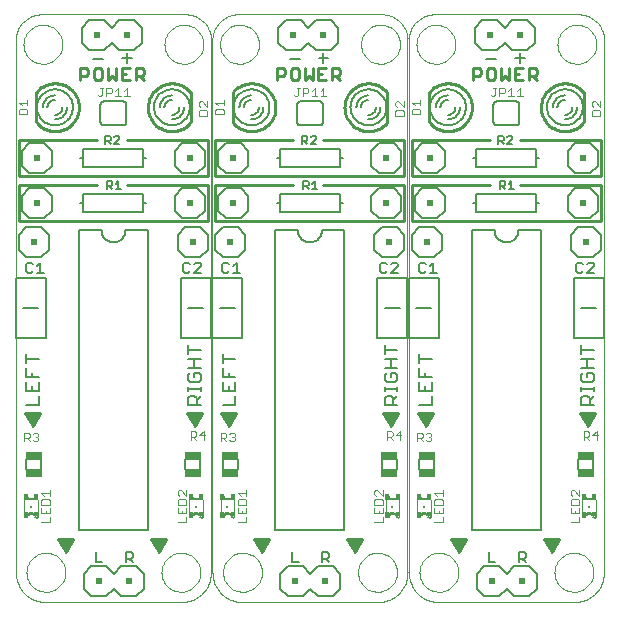
<source format=gto>
G75*
G70*
%OFA0B0*%
%FSLAX24Y24*%
%IPPOS*%
%LPD*%
%AMOC8*
5,1,8,0,0,1.08239X$1,22.5*
%
%ADD10C,0.0010*%
%ADD11C,0.0000*%
%ADD12C,0.0070*%
%ADD13C,0.0080*%
%ADD14C,0.0100*%
%ADD15C,0.0040*%
%ADD16C,0.0050*%
%ADD17C,0.0060*%
%ADD18R,0.0200X0.0200*%
%ADD19R,0.0551X0.0256*%
%ADD20R,0.0128X0.0197*%
%ADD21R,0.0059X0.0098*%
%ADD22R,0.0157X0.0069*%
%ADD23R,0.0079X0.0079*%
%ADD24R,0.0118X0.0118*%
%ADD25R,0.0128X0.0030*%
D10*
X000730Y001380D02*
X000732Y001430D01*
X000738Y001480D01*
X000748Y001530D01*
X000761Y001578D01*
X000778Y001626D01*
X000799Y001672D01*
X000823Y001716D01*
X000851Y001758D01*
X000882Y001798D01*
X000916Y001835D01*
X000953Y001870D01*
X000992Y001901D01*
X001033Y001930D01*
X001077Y001955D01*
X001123Y001977D01*
X001170Y001995D01*
X001218Y002009D01*
X001267Y002020D01*
X001317Y002027D01*
X001367Y002030D01*
X001418Y002029D01*
X001468Y002024D01*
X001518Y002015D01*
X001566Y002003D01*
X001614Y001986D01*
X001660Y001966D01*
X001705Y001943D01*
X001748Y001916D01*
X001788Y001886D01*
X001826Y001853D01*
X001861Y001817D01*
X001894Y001778D01*
X001923Y001737D01*
X001949Y001694D01*
X001972Y001649D01*
X001991Y001602D01*
X002006Y001554D01*
X002018Y001505D01*
X002026Y001455D01*
X002030Y001405D01*
X002030Y001355D01*
X002026Y001305D01*
X002018Y001255D01*
X002006Y001206D01*
X001991Y001158D01*
X001972Y001111D01*
X001949Y001066D01*
X001923Y001023D01*
X001894Y000982D01*
X001861Y000943D01*
X001826Y000907D01*
X001788Y000874D01*
X001748Y000844D01*
X001705Y000817D01*
X001660Y000794D01*
X001614Y000774D01*
X001566Y000757D01*
X001518Y000745D01*
X001468Y000736D01*
X001418Y000731D01*
X001367Y000730D01*
X001317Y000733D01*
X001267Y000740D01*
X001218Y000751D01*
X001170Y000765D01*
X001123Y000783D01*
X001077Y000805D01*
X001033Y000830D01*
X000992Y000859D01*
X000953Y000890D01*
X000916Y000925D01*
X000882Y000962D01*
X000851Y001002D01*
X000823Y001044D01*
X000799Y001088D01*
X000778Y001134D01*
X000761Y001182D01*
X000748Y001230D01*
X000738Y001280D01*
X000732Y001330D01*
X000730Y001380D01*
X005230Y001380D02*
X005232Y001430D01*
X005238Y001480D01*
X005248Y001530D01*
X005261Y001578D01*
X005278Y001626D01*
X005299Y001672D01*
X005323Y001716D01*
X005351Y001758D01*
X005382Y001798D01*
X005416Y001835D01*
X005453Y001870D01*
X005492Y001901D01*
X005533Y001930D01*
X005577Y001955D01*
X005623Y001977D01*
X005670Y001995D01*
X005718Y002009D01*
X005767Y002020D01*
X005817Y002027D01*
X005867Y002030D01*
X005918Y002029D01*
X005968Y002024D01*
X006018Y002015D01*
X006066Y002003D01*
X006114Y001986D01*
X006160Y001966D01*
X006205Y001943D01*
X006248Y001916D01*
X006288Y001886D01*
X006326Y001853D01*
X006361Y001817D01*
X006394Y001778D01*
X006423Y001737D01*
X006449Y001694D01*
X006472Y001649D01*
X006491Y001602D01*
X006506Y001554D01*
X006518Y001505D01*
X006526Y001455D01*
X006530Y001405D01*
X006530Y001355D01*
X006526Y001305D01*
X006518Y001255D01*
X006506Y001206D01*
X006491Y001158D01*
X006472Y001111D01*
X006449Y001066D01*
X006423Y001023D01*
X006394Y000982D01*
X006361Y000943D01*
X006326Y000907D01*
X006288Y000874D01*
X006248Y000844D01*
X006205Y000817D01*
X006160Y000794D01*
X006114Y000774D01*
X006066Y000757D01*
X006018Y000745D01*
X005968Y000736D01*
X005918Y000731D01*
X005867Y000730D01*
X005817Y000733D01*
X005767Y000740D01*
X005718Y000751D01*
X005670Y000765D01*
X005623Y000783D01*
X005577Y000805D01*
X005533Y000830D01*
X005492Y000859D01*
X005453Y000890D01*
X005416Y000925D01*
X005382Y000962D01*
X005351Y001002D01*
X005323Y001044D01*
X005299Y001088D01*
X005278Y001134D01*
X005261Y001182D01*
X005248Y001230D01*
X005238Y001280D01*
X005232Y001330D01*
X005230Y001380D01*
X007280Y001380D02*
X007282Y001430D01*
X007288Y001480D01*
X007298Y001530D01*
X007311Y001578D01*
X007328Y001626D01*
X007349Y001672D01*
X007373Y001716D01*
X007401Y001758D01*
X007432Y001798D01*
X007466Y001835D01*
X007503Y001870D01*
X007542Y001901D01*
X007583Y001930D01*
X007627Y001955D01*
X007673Y001977D01*
X007720Y001995D01*
X007768Y002009D01*
X007817Y002020D01*
X007867Y002027D01*
X007917Y002030D01*
X007968Y002029D01*
X008018Y002024D01*
X008068Y002015D01*
X008116Y002003D01*
X008164Y001986D01*
X008210Y001966D01*
X008255Y001943D01*
X008298Y001916D01*
X008338Y001886D01*
X008376Y001853D01*
X008411Y001817D01*
X008444Y001778D01*
X008473Y001737D01*
X008499Y001694D01*
X008522Y001649D01*
X008541Y001602D01*
X008556Y001554D01*
X008568Y001505D01*
X008576Y001455D01*
X008580Y001405D01*
X008580Y001355D01*
X008576Y001305D01*
X008568Y001255D01*
X008556Y001206D01*
X008541Y001158D01*
X008522Y001111D01*
X008499Y001066D01*
X008473Y001023D01*
X008444Y000982D01*
X008411Y000943D01*
X008376Y000907D01*
X008338Y000874D01*
X008298Y000844D01*
X008255Y000817D01*
X008210Y000794D01*
X008164Y000774D01*
X008116Y000757D01*
X008068Y000745D01*
X008018Y000736D01*
X007968Y000731D01*
X007917Y000730D01*
X007867Y000733D01*
X007817Y000740D01*
X007768Y000751D01*
X007720Y000765D01*
X007673Y000783D01*
X007627Y000805D01*
X007583Y000830D01*
X007542Y000859D01*
X007503Y000890D01*
X007466Y000925D01*
X007432Y000962D01*
X007401Y001002D01*
X007373Y001044D01*
X007349Y001088D01*
X007328Y001134D01*
X007311Y001182D01*
X007298Y001230D01*
X007288Y001280D01*
X007282Y001330D01*
X007280Y001380D01*
X011780Y001380D02*
X011782Y001430D01*
X011788Y001480D01*
X011798Y001530D01*
X011811Y001578D01*
X011828Y001626D01*
X011849Y001672D01*
X011873Y001716D01*
X011901Y001758D01*
X011932Y001798D01*
X011966Y001835D01*
X012003Y001870D01*
X012042Y001901D01*
X012083Y001930D01*
X012127Y001955D01*
X012173Y001977D01*
X012220Y001995D01*
X012268Y002009D01*
X012317Y002020D01*
X012367Y002027D01*
X012417Y002030D01*
X012468Y002029D01*
X012518Y002024D01*
X012568Y002015D01*
X012616Y002003D01*
X012664Y001986D01*
X012710Y001966D01*
X012755Y001943D01*
X012798Y001916D01*
X012838Y001886D01*
X012876Y001853D01*
X012911Y001817D01*
X012944Y001778D01*
X012973Y001737D01*
X012999Y001694D01*
X013022Y001649D01*
X013041Y001602D01*
X013056Y001554D01*
X013068Y001505D01*
X013076Y001455D01*
X013080Y001405D01*
X013080Y001355D01*
X013076Y001305D01*
X013068Y001255D01*
X013056Y001206D01*
X013041Y001158D01*
X013022Y001111D01*
X012999Y001066D01*
X012973Y001023D01*
X012944Y000982D01*
X012911Y000943D01*
X012876Y000907D01*
X012838Y000874D01*
X012798Y000844D01*
X012755Y000817D01*
X012710Y000794D01*
X012664Y000774D01*
X012616Y000757D01*
X012568Y000745D01*
X012518Y000736D01*
X012468Y000731D01*
X012417Y000730D01*
X012367Y000733D01*
X012317Y000740D01*
X012268Y000751D01*
X012220Y000765D01*
X012173Y000783D01*
X012127Y000805D01*
X012083Y000830D01*
X012042Y000859D01*
X012003Y000890D01*
X011966Y000925D01*
X011932Y000962D01*
X011901Y001002D01*
X011873Y001044D01*
X011849Y001088D01*
X011828Y001134D01*
X011811Y001182D01*
X011798Y001230D01*
X011788Y001280D01*
X011782Y001330D01*
X011780Y001380D01*
X013830Y001380D02*
X013832Y001430D01*
X013838Y001480D01*
X013848Y001530D01*
X013861Y001578D01*
X013878Y001626D01*
X013899Y001672D01*
X013923Y001716D01*
X013951Y001758D01*
X013982Y001798D01*
X014016Y001835D01*
X014053Y001870D01*
X014092Y001901D01*
X014133Y001930D01*
X014177Y001955D01*
X014223Y001977D01*
X014270Y001995D01*
X014318Y002009D01*
X014367Y002020D01*
X014417Y002027D01*
X014467Y002030D01*
X014518Y002029D01*
X014568Y002024D01*
X014618Y002015D01*
X014666Y002003D01*
X014714Y001986D01*
X014760Y001966D01*
X014805Y001943D01*
X014848Y001916D01*
X014888Y001886D01*
X014926Y001853D01*
X014961Y001817D01*
X014994Y001778D01*
X015023Y001737D01*
X015049Y001694D01*
X015072Y001649D01*
X015091Y001602D01*
X015106Y001554D01*
X015118Y001505D01*
X015126Y001455D01*
X015130Y001405D01*
X015130Y001355D01*
X015126Y001305D01*
X015118Y001255D01*
X015106Y001206D01*
X015091Y001158D01*
X015072Y001111D01*
X015049Y001066D01*
X015023Y001023D01*
X014994Y000982D01*
X014961Y000943D01*
X014926Y000907D01*
X014888Y000874D01*
X014848Y000844D01*
X014805Y000817D01*
X014760Y000794D01*
X014714Y000774D01*
X014666Y000757D01*
X014618Y000745D01*
X014568Y000736D01*
X014518Y000731D01*
X014467Y000730D01*
X014417Y000733D01*
X014367Y000740D01*
X014318Y000751D01*
X014270Y000765D01*
X014223Y000783D01*
X014177Y000805D01*
X014133Y000830D01*
X014092Y000859D01*
X014053Y000890D01*
X014016Y000925D01*
X013982Y000962D01*
X013951Y001002D01*
X013923Y001044D01*
X013899Y001088D01*
X013878Y001134D01*
X013861Y001182D01*
X013848Y001230D01*
X013838Y001280D01*
X013832Y001330D01*
X013830Y001380D01*
X018330Y001380D02*
X018332Y001430D01*
X018338Y001480D01*
X018348Y001530D01*
X018361Y001578D01*
X018378Y001626D01*
X018399Y001672D01*
X018423Y001716D01*
X018451Y001758D01*
X018482Y001798D01*
X018516Y001835D01*
X018553Y001870D01*
X018592Y001901D01*
X018633Y001930D01*
X018677Y001955D01*
X018723Y001977D01*
X018770Y001995D01*
X018818Y002009D01*
X018867Y002020D01*
X018917Y002027D01*
X018967Y002030D01*
X019018Y002029D01*
X019068Y002024D01*
X019118Y002015D01*
X019166Y002003D01*
X019214Y001986D01*
X019260Y001966D01*
X019305Y001943D01*
X019348Y001916D01*
X019388Y001886D01*
X019426Y001853D01*
X019461Y001817D01*
X019494Y001778D01*
X019523Y001737D01*
X019549Y001694D01*
X019572Y001649D01*
X019591Y001602D01*
X019606Y001554D01*
X019618Y001505D01*
X019626Y001455D01*
X019630Y001405D01*
X019630Y001355D01*
X019626Y001305D01*
X019618Y001255D01*
X019606Y001206D01*
X019591Y001158D01*
X019572Y001111D01*
X019549Y001066D01*
X019523Y001023D01*
X019494Y000982D01*
X019461Y000943D01*
X019426Y000907D01*
X019388Y000874D01*
X019348Y000844D01*
X019305Y000817D01*
X019260Y000794D01*
X019214Y000774D01*
X019166Y000757D01*
X019118Y000745D01*
X019068Y000736D01*
X019018Y000731D01*
X018967Y000730D01*
X018917Y000733D01*
X018867Y000740D01*
X018818Y000751D01*
X018770Y000765D01*
X018723Y000783D01*
X018677Y000805D01*
X018633Y000830D01*
X018592Y000859D01*
X018553Y000890D01*
X018516Y000925D01*
X018482Y000962D01*
X018451Y001002D01*
X018423Y001044D01*
X018399Y001088D01*
X018378Y001134D01*
X018361Y001182D01*
X018348Y001230D01*
X018338Y001280D01*
X018332Y001330D01*
X018330Y001380D01*
X018430Y018980D02*
X018432Y019030D01*
X018438Y019080D01*
X018448Y019130D01*
X018461Y019178D01*
X018478Y019226D01*
X018499Y019272D01*
X018523Y019316D01*
X018551Y019358D01*
X018582Y019398D01*
X018616Y019435D01*
X018653Y019470D01*
X018692Y019501D01*
X018733Y019530D01*
X018777Y019555D01*
X018823Y019577D01*
X018870Y019595D01*
X018918Y019609D01*
X018967Y019620D01*
X019017Y019627D01*
X019067Y019630D01*
X019118Y019629D01*
X019168Y019624D01*
X019218Y019615D01*
X019266Y019603D01*
X019314Y019586D01*
X019360Y019566D01*
X019405Y019543D01*
X019448Y019516D01*
X019488Y019486D01*
X019526Y019453D01*
X019561Y019417D01*
X019594Y019378D01*
X019623Y019337D01*
X019649Y019294D01*
X019672Y019249D01*
X019691Y019202D01*
X019706Y019154D01*
X019718Y019105D01*
X019726Y019055D01*
X019730Y019005D01*
X019730Y018955D01*
X019726Y018905D01*
X019718Y018855D01*
X019706Y018806D01*
X019691Y018758D01*
X019672Y018711D01*
X019649Y018666D01*
X019623Y018623D01*
X019594Y018582D01*
X019561Y018543D01*
X019526Y018507D01*
X019488Y018474D01*
X019448Y018444D01*
X019405Y018417D01*
X019360Y018394D01*
X019314Y018374D01*
X019266Y018357D01*
X019218Y018345D01*
X019168Y018336D01*
X019118Y018331D01*
X019067Y018330D01*
X019017Y018333D01*
X018967Y018340D01*
X018918Y018351D01*
X018870Y018365D01*
X018823Y018383D01*
X018777Y018405D01*
X018733Y018430D01*
X018692Y018459D01*
X018653Y018490D01*
X018616Y018525D01*
X018582Y018562D01*
X018551Y018602D01*
X018523Y018644D01*
X018499Y018688D01*
X018478Y018734D01*
X018461Y018782D01*
X018448Y018830D01*
X018438Y018880D01*
X018432Y018930D01*
X018430Y018980D01*
X013730Y018980D02*
X013732Y019030D01*
X013738Y019080D01*
X013748Y019130D01*
X013761Y019178D01*
X013778Y019226D01*
X013799Y019272D01*
X013823Y019316D01*
X013851Y019358D01*
X013882Y019398D01*
X013916Y019435D01*
X013953Y019470D01*
X013992Y019501D01*
X014033Y019530D01*
X014077Y019555D01*
X014123Y019577D01*
X014170Y019595D01*
X014218Y019609D01*
X014267Y019620D01*
X014317Y019627D01*
X014367Y019630D01*
X014418Y019629D01*
X014468Y019624D01*
X014518Y019615D01*
X014566Y019603D01*
X014614Y019586D01*
X014660Y019566D01*
X014705Y019543D01*
X014748Y019516D01*
X014788Y019486D01*
X014826Y019453D01*
X014861Y019417D01*
X014894Y019378D01*
X014923Y019337D01*
X014949Y019294D01*
X014972Y019249D01*
X014991Y019202D01*
X015006Y019154D01*
X015018Y019105D01*
X015026Y019055D01*
X015030Y019005D01*
X015030Y018955D01*
X015026Y018905D01*
X015018Y018855D01*
X015006Y018806D01*
X014991Y018758D01*
X014972Y018711D01*
X014949Y018666D01*
X014923Y018623D01*
X014894Y018582D01*
X014861Y018543D01*
X014826Y018507D01*
X014788Y018474D01*
X014748Y018444D01*
X014705Y018417D01*
X014660Y018394D01*
X014614Y018374D01*
X014566Y018357D01*
X014518Y018345D01*
X014468Y018336D01*
X014418Y018331D01*
X014367Y018330D01*
X014317Y018333D01*
X014267Y018340D01*
X014218Y018351D01*
X014170Y018365D01*
X014123Y018383D01*
X014077Y018405D01*
X014033Y018430D01*
X013992Y018459D01*
X013953Y018490D01*
X013916Y018525D01*
X013882Y018562D01*
X013851Y018602D01*
X013823Y018644D01*
X013799Y018688D01*
X013778Y018734D01*
X013761Y018782D01*
X013748Y018830D01*
X013738Y018880D01*
X013732Y018930D01*
X013730Y018980D01*
X011880Y018980D02*
X011882Y019030D01*
X011888Y019080D01*
X011898Y019130D01*
X011911Y019178D01*
X011928Y019226D01*
X011949Y019272D01*
X011973Y019316D01*
X012001Y019358D01*
X012032Y019398D01*
X012066Y019435D01*
X012103Y019470D01*
X012142Y019501D01*
X012183Y019530D01*
X012227Y019555D01*
X012273Y019577D01*
X012320Y019595D01*
X012368Y019609D01*
X012417Y019620D01*
X012467Y019627D01*
X012517Y019630D01*
X012568Y019629D01*
X012618Y019624D01*
X012668Y019615D01*
X012716Y019603D01*
X012764Y019586D01*
X012810Y019566D01*
X012855Y019543D01*
X012898Y019516D01*
X012938Y019486D01*
X012976Y019453D01*
X013011Y019417D01*
X013044Y019378D01*
X013073Y019337D01*
X013099Y019294D01*
X013122Y019249D01*
X013141Y019202D01*
X013156Y019154D01*
X013168Y019105D01*
X013176Y019055D01*
X013180Y019005D01*
X013180Y018955D01*
X013176Y018905D01*
X013168Y018855D01*
X013156Y018806D01*
X013141Y018758D01*
X013122Y018711D01*
X013099Y018666D01*
X013073Y018623D01*
X013044Y018582D01*
X013011Y018543D01*
X012976Y018507D01*
X012938Y018474D01*
X012898Y018444D01*
X012855Y018417D01*
X012810Y018394D01*
X012764Y018374D01*
X012716Y018357D01*
X012668Y018345D01*
X012618Y018336D01*
X012568Y018331D01*
X012517Y018330D01*
X012467Y018333D01*
X012417Y018340D01*
X012368Y018351D01*
X012320Y018365D01*
X012273Y018383D01*
X012227Y018405D01*
X012183Y018430D01*
X012142Y018459D01*
X012103Y018490D01*
X012066Y018525D01*
X012032Y018562D01*
X012001Y018602D01*
X011973Y018644D01*
X011949Y018688D01*
X011928Y018734D01*
X011911Y018782D01*
X011898Y018830D01*
X011888Y018880D01*
X011882Y018930D01*
X011880Y018980D01*
X007180Y018980D02*
X007182Y019030D01*
X007188Y019080D01*
X007198Y019130D01*
X007211Y019178D01*
X007228Y019226D01*
X007249Y019272D01*
X007273Y019316D01*
X007301Y019358D01*
X007332Y019398D01*
X007366Y019435D01*
X007403Y019470D01*
X007442Y019501D01*
X007483Y019530D01*
X007527Y019555D01*
X007573Y019577D01*
X007620Y019595D01*
X007668Y019609D01*
X007717Y019620D01*
X007767Y019627D01*
X007817Y019630D01*
X007868Y019629D01*
X007918Y019624D01*
X007968Y019615D01*
X008016Y019603D01*
X008064Y019586D01*
X008110Y019566D01*
X008155Y019543D01*
X008198Y019516D01*
X008238Y019486D01*
X008276Y019453D01*
X008311Y019417D01*
X008344Y019378D01*
X008373Y019337D01*
X008399Y019294D01*
X008422Y019249D01*
X008441Y019202D01*
X008456Y019154D01*
X008468Y019105D01*
X008476Y019055D01*
X008480Y019005D01*
X008480Y018955D01*
X008476Y018905D01*
X008468Y018855D01*
X008456Y018806D01*
X008441Y018758D01*
X008422Y018711D01*
X008399Y018666D01*
X008373Y018623D01*
X008344Y018582D01*
X008311Y018543D01*
X008276Y018507D01*
X008238Y018474D01*
X008198Y018444D01*
X008155Y018417D01*
X008110Y018394D01*
X008064Y018374D01*
X008016Y018357D01*
X007968Y018345D01*
X007918Y018336D01*
X007868Y018331D01*
X007817Y018330D01*
X007767Y018333D01*
X007717Y018340D01*
X007668Y018351D01*
X007620Y018365D01*
X007573Y018383D01*
X007527Y018405D01*
X007483Y018430D01*
X007442Y018459D01*
X007403Y018490D01*
X007366Y018525D01*
X007332Y018562D01*
X007301Y018602D01*
X007273Y018644D01*
X007249Y018688D01*
X007228Y018734D01*
X007211Y018782D01*
X007198Y018830D01*
X007188Y018880D01*
X007182Y018930D01*
X007180Y018980D01*
X005330Y018980D02*
X005332Y019030D01*
X005338Y019080D01*
X005348Y019130D01*
X005361Y019178D01*
X005378Y019226D01*
X005399Y019272D01*
X005423Y019316D01*
X005451Y019358D01*
X005482Y019398D01*
X005516Y019435D01*
X005553Y019470D01*
X005592Y019501D01*
X005633Y019530D01*
X005677Y019555D01*
X005723Y019577D01*
X005770Y019595D01*
X005818Y019609D01*
X005867Y019620D01*
X005917Y019627D01*
X005967Y019630D01*
X006018Y019629D01*
X006068Y019624D01*
X006118Y019615D01*
X006166Y019603D01*
X006214Y019586D01*
X006260Y019566D01*
X006305Y019543D01*
X006348Y019516D01*
X006388Y019486D01*
X006426Y019453D01*
X006461Y019417D01*
X006494Y019378D01*
X006523Y019337D01*
X006549Y019294D01*
X006572Y019249D01*
X006591Y019202D01*
X006606Y019154D01*
X006618Y019105D01*
X006626Y019055D01*
X006630Y019005D01*
X006630Y018955D01*
X006626Y018905D01*
X006618Y018855D01*
X006606Y018806D01*
X006591Y018758D01*
X006572Y018711D01*
X006549Y018666D01*
X006523Y018623D01*
X006494Y018582D01*
X006461Y018543D01*
X006426Y018507D01*
X006388Y018474D01*
X006348Y018444D01*
X006305Y018417D01*
X006260Y018394D01*
X006214Y018374D01*
X006166Y018357D01*
X006118Y018345D01*
X006068Y018336D01*
X006018Y018331D01*
X005967Y018330D01*
X005917Y018333D01*
X005867Y018340D01*
X005818Y018351D01*
X005770Y018365D01*
X005723Y018383D01*
X005677Y018405D01*
X005633Y018430D01*
X005592Y018459D01*
X005553Y018490D01*
X005516Y018525D01*
X005482Y018562D01*
X005451Y018602D01*
X005423Y018644D01*
X005399Y018688D01*
X005378Y018734D01*
X005361Y018782D01*
X005348Y018830D01*
X005338Y018880D01*
X005332Y018930D01*
X005330Y018980D01*
X000630Y018980D02*
X000632Y019030D01*
X000638Y019080D01*
X000648Y019130D01*
X000661Y019178D01*
X000678Y019226D01*
X000699Y019272D01*
X000723Y019316D01*
X000751Y019358D01*
X000782Y019398D01*
X000816Y019435D01*
X000853Y019470D01*
X000892Y019501D01*
X000933Y019530D01*
X000977Y019555D01*
X001023Y019577D01*
X001070Y019595D01*
X001118Y019609D01*
X001167Y019620D01*
X001217Y019627D01*
X001267Y019630D01*
X001318Y019629D01*
X001368Y019624D01*
X001418Y019615D01*
X001466Y019603D01*
X001514Y019586D01*
X001560Y019566D01*
X001605Y019543D01*
X001648Y019516D01*
X001688Y019486D01*
X001726Y019453D01*
X001761Y019417D01*
X001794Y019378D01*
X001823Y019337D01*
X001849Y019294D01*
X001872Y019249D01*
X001891Y019202D01*
X001906Y019154D01*
X001918Y019105D01*
X001926Y019055D01*
X001930Y019005D01*
X001930Y018955D01*
X001926Y018905D01*
X001918Y018855D01*
X001906Y018806D01*
X001891Y018758D01*
X001872Y018711D01*
X001849Y018666D01*
X001823Y018623D01*
X001794Y018582D01*
X001761Y018543D01*
X001726Y018507D01*
X001688Y018474D01*
X001648Y018444D01*
X001605Y018417D01*
X001560Y018394D01*
X001514Y018374D01*
X001466Y018357D01*
X001418Y018345D01*
X001368Y018336D01*
X001318Y018331D01*
X001267Y018330D01*
X001217Y018333D01*
X001167Y018340D01*
X001118Y018351D01*
X001070Y018365D01*
X001023Y018383D01*
X000977Y018405D01*
X000933Y018430D01*
X000892Y018459D01*
X000853Y018490D01*
X000816Y018525D01*
X000782Y018562D01*
X000751Y018602D01*
X000723Y018644D01*
X000699Y018688D01*
X000678Y018734D01*
X000661Y018782D01*
X000648Y018830D01*
X000638Y018880D01*
X000632Y018930D01*
X000630Y018980D01*
D11*
X000380Y019180D02*
X000380Y001380D01*
X000382Y001320D01*
X000387Y001259D01*
X000396Y001200D01*
X000409Y001141D01*
X000425Y001082D01*
X000445Y001025D01*
X000468Y000970D01*
X000495Y000915D01*
X000524Y000863D01*
X000557Y000812D01*
X000593Y000763D01*
X000631Y000717D01*
X000673Y000673D01*
X000717Y000631D01*
X000763Y000593D01*
X000812Y000557D01*
X000863Y000524D01*
X000915Y000495D01*
X000970Y000468D01*
X001025Y000445D01*
X001082Y000425D01*
X001141Y000409D01*
X001200Y000396D01*
X001259Y000387D01*
X001320Y000382D01*
X001380Y000380D01*
X005880Y000380D01*
X005940Y000382D01*
X006001Y000387D01*
X006060Y000396D01*
X006119Y000409D01*
X006178Y000425D01*
X006235Y000445D01*
X006290Y000468D01*
X006345Y000495D01*
X006397Y000524D01*
X006448Y000557D01*
X006497Y000593D01*
X006543Y000631D01*
X006587Y000673D01*
X006629Y000717D01*
X006667Y000763D01*
X006703Y000812D01*
X006736Y000863D01*
X006765Y000915D01*
X006792Y000970D01*
X006815Y001025D01*
X006835Y001082D01*
X006851Y001141D01*
X006864Y001200D01*
X006873Y001259D01*
X006878Y001320D01*
X006880Y001380D01*
X006930Y001380D01*
X006930Y019180D01*
X006880Y019180D01*
X006880Y001380D01*
X006930Y001380D02*
X006932Y001320D01*
X006937Y001259D01*
X006946Y001200D01*
X006959Y001141D01*
X006975Y001082D01*
X006995Y001025D01*
X007018Y000970D01*
X007045Y000915D01*
X007074Y000863D01*
X007107Y000812D01*
X007143Y000763D01*
X007181Y000717D01*
X007223Y000673D01*
X007267Y000631D01*
X007313Y000593D01*
X007362Y000557D01*
X007413Y000524D01*
X007465Y000495D01*
X007520Y000468D01*
X007575Y000445D01*
X007632Y000425D01*
X007691Y000409D01*
X007750Y000396D01*
X007809Y000387D01*
X007870Y000382D01*
X007930Y000380D01*
X012430Y000380D01*
X012490Y000382D01*
X012551Y000387D01*
X012610Y000396D01*
X012669Y000409D01*
X012728Y000425D01*
X012785Y000445D01*
X012840Y000468D01*
X012895Y000495D01*
X012947Y000524D01*
X012998Y000557D01*
X013047Y000593D01*
X013093Y000631D01*
X013137Y000673D01*
X013179Y000717D01*
X013217Y000763D01*
X013253Y000812D01*
X013286Y000863D01*
X013315Y000915D01*
X013342Y000970D01*
X013365Y001025D01*
X013385Y001082D01*
X013401Y001141D01*
X013414Y001200D01*
X013423Y001259D01*
X013428Y001320D01*
X013430Y001380D01*
X013480Y001380D01*
X013480Y019180D01*
X013430Y019180D01*
X013430Y001380D01*
X013480Y001380D02*
X013482Y001320D01*
X013487Y001259D01*
X013496Y001200D01*
X013509Y001141D01*
X013525Y001082D01*
X013545Y001025D01*
X013568Y000970D01*
X013595Y000915D01*
X013624Y000863D01*
X013657Y000812D01*
X013693Y000763D01*
X013731Y000717D01*
X013773Y000673D01*
X013817Y000631D01*
X013863Y000593D01*
X013912Y000557D01*
X013963Y000524D01*
X014015Y000495D01*
X014070Y000468D01*
X014125Y000445D01*
X014182Y000425D01*
X014241Y000409D01*
X014300Y000396D01*
X014359Y000387D01*
X014420Y000382D01*
X014480Y000380D01*
X018980Y000380D01*
X019040Y000382D01*
X019101Y000387D01*
X019160Y000396D01*
X019219Y000409D01*
X019278Y000425D01*
X019335Y000445D01*
X019390Y000468D01*
X019445Y000495D01*
X019497Y000524D01*
X019548Y000557D01*
X019597Y000593D01*
X019643Y000631D01*
X019687Y000673D01*
X019729Y000717D01*
X019767Y000763D01*
X019803Y000812D01*
X019836Y000863D01*
X019865Y000915D01*
X019892Y000970D01*
X019915Y001025D01*
X019935Y001082D01*
X019951Y001141D01*
X019964Y001200D01*
X019973Y001259D01*
X019978Y001320D01*
X019980Y001380D01*
X019980Y019180D01*
X019974Y019235D01*
X019966Y019290D01*
X019953Y019345D01*
X019938Y019398D01*
X019918Y019450D01*
X019896Y019501D01*
X019870Y019551D01*
X019841Y019598D01*
X019809Y019644D01*
X019774Y019687D01*
X019736Y019728D01*
X019695Y019766D01*
X019653Y019802D01*
X019608Y019834D01*
X019560Y019864D01*
X019511Y019891D01*
X019461Y019914D01*
X019409Y019934D01*
X019356Y019951D01*
X019302Y019964D01*
X019247Y019973D01*
X019191Y019979D01*
X019136Y019981D01*
X019080Y019980D01*
X014380Y019980D01*
X014324Y019981D01*
X014269Y019979D01*
X014213Y019973D01*
X014158Y019964D01*
X014104Y019951D01*
X014051Y019934D01*
X013999Y019914D01*
X013949Y019891D01*
X013900Y019864D01*
X013852Y019834D01*
X013807Y019802D01*
X013765Y019766D01*
X013724Y019728D01*
X013686Y019687D01*
X013651Y019644D01*
X013619Y019598D01*
X013590Y019551D01*
X013564Y019501D01*
X013542Y019450D01*
X013522Y019398D01*
X013507Y019345D01*
X013494Y019290D01*
X013486Y019235D01*
X013480Y019180D01*
X013430Y019180D02*
X013424Y019235D01*
X013416Y019290D01*
X013403Y019345D01*
X013388Y019398D01*
X013368Y019450D01*
X013346Y019501D01*
X013320Y019551D01*
X013291Y019598D01*
X013259Y019644D01*
X013224Y019687D01*
X013186Y019728D01*
X013145Y019766D01*
X013103Y019802D01*
X013058Y019834D01*
X013010Y019864D01*
X012961Y019891D01*
X012911Y019914D01*
X012859Y019934D01*
X012806Y019951D01*
X012752Y019964D01*
X012697Y019973D01*
X012641Y019979D01*
X012586Y019981D01*
X012530Y019980D01*
X007830Y019980D01*
X007774Y019981D01*
X007719Y019979D01*
X007663Y019973D01*
X007608Y019964D01*
X007554Y019951D01*
X007501Y019934D01*
X007449Y019914D01*
X007399Y019891D01*
X007350Y019864D01*
X007302Y019834D01*
X007257Y019802D01*
X007215Y019766D01*
X007174Y019728D01*
X007136Y019687D01*
X007101Y019644D01*
X007069Y019598D01*
X007040Y019551D01*
X007014Y019501D01*
X006992Y019450D01*
X006972Y019398D01*
X006957Y019345D01*
X006944Y019290D01*
X006936Y019235D01*
X006930Y019180D01*
X006880Y019180D02*
X006874Y019235D01*
X006866Y019290D01*
X006853Y019345D01*
X006838Y019398D01*
X006818Y019450D01*
X006796Y019501D01*
X006770Y019551D01*
X006741Y019598D01*
X006709Y019644D01*
X006674Y019687D01*
X006636Y019728D01*
X006595Y019766D01*
X006553Y019802D01*
X006508Y019834D01*
X006460Y019864D01*
X006411Y019891D01*
X006361Y019914D01*
X006309Y019934D01*
X006256Y019951D01*
X006202Y019964D01*
X006147Y019973D01*
X006091Y019979D01*
X006036Y019981D01*
X005980Y019980D01*
X001280Y019980D01*
X001224Y019981D01*
X001169Y019979D01*
X001113Y019973D01*
X001058Y019964D01*
X001004Y019951D01*
X000951Y019934D01*
X000899Y019914D01*
X000849Y019891D01*
X000800Y019864D01*
X000752Y019834D01*
X000707Y019802D01*
X000665Y019766D01*
X000624Y019728D01*
X000586Y019687D01*
X000551Y019644D01*
X000519Y019598D01*
X000490Y019551D01*
X000464Y019501D01*
X000442Y019450D01*
X000422Y019398D01*
X000407Y019345D01*
X000394Y019290D01*
X000386Y019235D01*
X000380Y019180D01*
D12*
X006115Y008942D02*
X006115Y008655D01*
X006115Y008798D02*
X006545Y008798D01*
X006545Y008481D02*
X006115Y008481D01*
X006330Y008481D02*
X006330Y008194D01*
X006330Y008021D02*
X006330Y007877D01*
X006330Y008021D02*
X006473Y008021D01*
X006545Y007949D01*
X006545Y007806D01*
X006473Y007734D01*
X006186Y007734D01*
X006115Y007806D01*
X006115Y007949D01*
X006186Y008021D01*
X006115Y008194D02*
X006545Y008194D01*
X006545Y007570D02*
X006545Y007427D01*
X006545Y007499D02*
X006115Y007499D01*
X006115Y007570D02*
X006115Y007427D01*
X006186Y007253D02*
X006330Y007253D01*
X006402Y007182D01*
X006402Y006966D01*
X006545Y006966D02*
X006115Y006966D01*
X006115Y007182D01*
X006186Y007253D01*
X006402Y007110D02*
X006545Y007253D01*
X007265Y007434D02*
X007695Y007434D01*
X007695Y007721D01*
X007695Y007894D02*
X007265Y007894D01*
X007265Y008181D01*
X007265Y008355D02*
X007265Y008642D01*
X007265Y008498D02*
X007695Y008498D01*
X007480Y008038D02*
X007480Y007894D01*
X007265Y007721D02*
X007265Y007434D01*
X007480Y007434D02*
X007480Y007577D01*
X007695Y007260D02*
X007695Y006973D01*
X007265Y006973D01*
X009585Y002045D02*
X009585Y001715D01*
X009805Y001715D01*
X010595Y001715D02*
X010595Y002045D01*
X010760Y002045D01*
X010815Y001990D01*
X010815Y001880D01*
X010760Y001825D01*
X010595Y001825D01*
X010705Y001825D02*
X010815Y001715D01*
X016135Y001715D02*
X016355Y001715D01*
X016135Y001715D02*
X016135Y002045D01*
X017145Y002045D02*
X017145Y001715D01*
X017145Y001825D02*
X017310Y001825D01*
X017365Y001880D01*
X017365Y001990D01*
X017310Y002045D01*
X017145Y002045D01*
X017255Y001825D02*
X017365Y001715D01*
X019215Y006966D02*
X019215Y007182D01*
X019286Y007253D01*
X019430Y007253D01*
X019502Y007182D01*
X019502Y006966D01*
X019645Y006966D02*
X019215Y006966D01*
X019502Y007110D02*
X019645Y007253D01*
X019645Y007427D02*
X019645Y007570D01*
X019645Y007499D02*
X019215Y007499D01*
X019215Y007570D02*
X019215Y007427D01*
X019286Y007734D02*
X019573Y007734D01*
X019645Y007806D01*
X019645Y007949D01*
X019573Y008021D01*
X019430Y008021D01*
X019430Y007877D01*
X019286Y007734D02*
X019215Y007806D01*
X019215Y007949D01*
X019286Y008021D01*
X019215Y008194D02*
X019645Y008194D01*
X019430Y008194D02*
X019430Y008481D01*
X019215Y008481D02*
X019645Y008481D01*
X019645Y008798D02*
X019215Y008798D01*
X019215Y008655D02*
X019215Y008942D01*
X014245Y008498D02*
X013815Y008498D01*
X013815Y008355D02*
X013815Y008642D01*
X013815Y008181D02*
X013815Y007894D01*
X014245Y007894D01*
X014245Y007721D02*
X014245Y007434D01*
X013815Y007434D01*
X013815Y007721D01*
X014030Y007577D02*
X014030Y007434D01*
X014245Y007260D02*
X014245Y006973D01*
X013815Y006973D01*
X013095Y006966D02*
X012665Y006966D01*
X012665Y007182D01*
X012736Y007253D01*
X012880Y007253D01*
X012952Y007182D01*
X012952Y006966D01*
X012952Y007110D02*
X013095Y007253D01*
X013095Y007427D02*
X013095Y007570D01*
X013095Y007499D02*
X012665Y007499D01*
X012665Y007570D02*
X012665Y007427D01*
X012736Y007734D02*
X013023Y007734D01*
X013095Y007806D01*
X013095Y007949D01*
X013023Y008021D01*
X012880Y008021D01*
X012880Y007877D01*
X012736Y007734D02*
X012665Y007806D01*
X012665Y007949D01*
X012736Y008021D01*
X012665Y008194D02*
X013095Y008194D01*
X012880Y008194D02*
X012880Y008481D01*
X012665Y008481D02*
X013095Y008481D01*
X013095Y008798D02*
X012665Y008798D01*
X012665Y008655D02*
X012665Y008942D01*
X014030Y008038D02*
X014030Y007894D01*
X004265Y001990D02*
X004265Y001880D01*
X004210Y001825D01*
X004045Y001825D01*
X004045Y001715D02*
X004045Y002045D01*
X004210Y002045D01*
X004265Y001990D01*
X004155Y001825D02*
X004265Y001715D01*
X003255Y001715D02*
X003035Y001715D01*
X003035Y002045D01*
X001145Y006973D02*
X000715Y006973D01*
X001145Y006973D02*
X001145Y007260D01*
X001145Y007434D02*
X001145Y007721D01*
X001145Y007894D02*
X000715Y007894D01*
X000715Y008181D01*
X000715Y008355D02*
X000715Y008642D01*
X000715Y008498D02*
X001145Y008498D01*
X000930Y008038D02*
X000930Y007894D01*
X000715Y007721D02*
X000715Y007434D01*
X001145Y007434D01*
X000930Y007434D02*
X000930Y007577D01*
D13*
X001380Y009180D02*
X000380Y009180D01*
X000380Y011180D01*
X001380Y011180D01*
X001380Y009180D01*
X001130Y010180D02*
X000630Y010180D01*
X000730Y011880D02*
X001230Y011880D01*
X001480Y012130D01*
X001480Y012630D01*
X001230Y012880D01*
X000730Y012880D01*
X000480Y012630D01*
X000480Y012130D01*
X000730Y011880D01*
X000830Y013180D02*
X001330Y013180D01*
X001580Y013430D01*
X001580Y013930D01*
X001330Y014180D01*
X000830Y014180D01*
X000580Y013930D01*
X000580Y013430D01*
X000830Y013180D01*
X000830Y014680D02*
X001330Y014680D01*
X001580Y014930D01*
X001580Y015430D01*
X001330Y015680D01*
X000830Y015680D01*
X000580Y015430D01*
X000580Y014930D01*
X000830Y014680D01*
X002530Y015180D02*
X002630Y015180D01*
X002630Y015480D01*
X004630Y015480D01*
X004630Y015180D01*
X004730Y015180D01*
X004630Y015180D02*
X004630Y014880D01*
X002630Y014880D01*
X002630Y015180D01*
X002630Y013980D02*
X004630Y013980D01*
X004630Y013680D01*
X004730Y013680D01*
X004630Y013680D02*
X004630Y013380D01*
X002630Y013380D01*
X002630Y013680D01*
X002530Y013680D01*
X002630Y013680D02*
X002630Y013980D01*
X005680Y013930D02*
X005680Y013430D01*
X005930Y013180D01*
X006430Y013180D01*
X006680Y013430D01*
X006680Y013930D01*
X006430Y014180D01*
X005930Y014180D01*
X005680Y013930D01*
X005930Y014680D02*
X006430Y014680D01*
X006680Y014930D01*
X006680Y015430D01*
X006430Y015680D01*
X005930Y015680D01*
X005680Y015430D01*
X005680Y014930D01*
X005930Y014680D01*
X007130Y014930D02*
X007380Y014680D01*
X007880Y014680D01*
X008130Y014930D01*
X008130Y015430D01*
X007880Y015680D01*
X007380Y015680D01*
X007130Y015430D01*
X007130Y014930D01*
X007380Y014180D02*
X007130Y013930D01*
X007130Y013430D01*
X007380Y013180D01*
X007880Y013180D01*
X008130Y013430D01*
X008130Y013930D01*
X007880Y014180D01*
X007380Y014180D01*
X007280Y012880D02*
X007030Y012630D01*
X007030Y012130D01*
X007280Y011880D01*
X007780Y011880D01*
X008030Y012130D01*
X008030Y012630D01*
X007780Y012880D01*
X007280Y012880D01*
X006780Y012630D02*
X006530Y012880D01*
X006030Y012880D01*
X005780Y012630D01*
X005780Y012130D01*
X006030Y011880D01*
X006530Y011880D01*
X006780Y012130D01*
X006780Y012630D01*
X006880Y011180D02*
X005880Y011180D01*
X005880Y009180D01*
X006880Y009180D01*
X006880Y011180D01*
X006930Y011180D02*
X007930Y011180D01*
X007930Y009180D01*
X006930Y009180D01*
X006930Y011180D01*
X007180Y010180D02*
X007680Y010180D01*
X006630Y010180D02*
X006130Y010180D01*
X009180Y013380D02*
X009180Y013680D01*
X009080Y013680D01*
X009180Y013680D02*
X009180Y013980D01*
X011180Y013980D01*
X011180Y013680D01*
X011280Y013680D01*
X011180Y013680D02*
X011180Y013380D01*
X009180Y013380D01*
X009180Y014880D02*
X009180Y015180D01*
X009080Y015180D01*
X009180Y015180D02*
X009180Y015480D01*
X011180Y015480D01*
X011180Y015180D01*
X011280Y015180D01*
X011180Y015180D02*
X011180Y014880D01*
X009180Y014880D01*
X012230Y014930D02*
X012480Y014680D01*
X012980Y014680D01*
X013230Y014930D01*
X013230Y015430D01*
X012980Y015680D01*
X012480Y015680D01*
X012230Y015430D01*
X012230Y014930D01*
X012480Y014180D02*
X012230Y013930D01*
X012230Y013430D01*
X012480Y013180D01*
X012980Y013180D01*
X013230Y013430D01*
X013230Y013930D01*
X012980Y014180D01*
X012480Y014180D01*
X013680Y013930D02*
X013680Y013430D01*
X013930Y013180D01*
X014430Y013180D01*
X014680Y013430D01*
X014680Y013930D01*
X014430Y014180D01*
X013930Y014180D01*
X013680Y013930D01*
X013930Y014680D02*
X014430Y014680D01*
X014680Y014930D01*
X014680Y015430D01*
X014430Y015680D01*
X013930Y015680D01*
X013680Y015430D01*
X013680Y014930D01*
X013930Y014680D01*
X015630Y015180D02*
X015730Y015180D01*
X015730Y015480D01*
X017730Y015480D01*
X017730Y015180D01*
X017830Y015180D01*
X017730Y015180D02*
X017730Y014880D01*
X015730Y014880D01*
X015730Y015180D01*
X015730Y013980D02*
X017730Y013980D01*
X017730Y013680D01*
X017830Y013680D01*
X017730Y013680D02*
X017730Y013380D01*
X015730Y013380D01*
X015730Y013680D01*
X015630Y013680D01*
X015730Y013680D02*
X015730Y013980D01*
X014580Y012630D02*
X014580Y012130D01*
X014330Y011880D01*
X013830Y011880D01*
X013580Y012130D01*
X013580Y012630D01*
X013830Y012880D01*
X014330Y012880D01*
X014580Y012630D01*
X013330Y012630D02*
X013330Y012130D01*
X013080Y011880D01*
X012580Y011880D01*
X012330Y012130D01*
X012330Y012630D01*
X012580Y012880D01*
X013080Y012880D01*
X013330Y012630D01*
X013430Y011180D02*
X012430Y011180D01*
X012430Y009180D01*
X013430Y009180D01*
X013430Y011180D01*
X013480Y011180D02*
X014480Y011180D01*
X014480Y009180D01*
X013480Y009180D01*
X013480Y011180D01*
X013730Y010180D02*
X014230Y010180D01*
X013180Y010180D02*
X012680Y010180D01*
X018880Y012130D02*
X019130Y011880D01*
X019630Y011880D01*
X019880Y012130D01*
X019880Y012630D01*
X019630Y012880D01*
X019130Y012880D01*
X018880Y012630D01*
X018880Y012130D01*
X018980Y011180D02*
X019980Y011180D01*
X019980Y009180D01*
X018980Y009180D01*
X018980Y011180D01*
X019230Y010180D02*
X019730Y010180D01*
X019530Y013180D02*
X019030Y013180D01*
X018780Y013430D01*
X018780Y013930D01*
X019030Y014180D01*
X019530Y014180D01*
X019780Y013930D01*
X019780Y013430D01*
X019530Y013180D01*
X019530Y014680D02*
X019030Y014680D01*
X018780Y014930D01*
X018780Y015430D01*
X019030Y015680D01*
X019530Y015680D01*
X019780Y015430D01*
X019780Y014930D01*
X019530Y014680D01*
X017180Y018362D02*
X017180Y018682D01*
X017020Y018522D02*
X017340Y018522D01*
X017430Y018780D02*
X016930Y018780D01*
X016680Y019030D01*
X016430Y018780D01*
X015930Y018780D01*
X015680Y019030D01*
X015680Y019530D01*
X015930Y019780D01*
X016430Y019780D01*
X016680Y019530D01*
X016930Y019780D01*
X017430Y019780D01*
X017680Y019530D01*
X017680Y019030D01*
X017430Y018780D01*
X016382Y018480D02*
X016062Y018480D01*
X011130Y019030D02*
X010880Y018780D01*
X010380Y018780D01*
X010130Y019030D01*
X009880Y018780D01*
X009380Y018780D01*
X009130Y019030D01*
X009130Y019530D01*
X009380Y019780D01*
X009880Y019780D01*
X010130Y019530D01*
X010380Y019780D01*
X010880Y019780D01*
X011130Y019530D01*
X011130Y019030D01*
X010630Y018682D02*
X010630Y018362D01*
X010470Y018522D02*
X010790Y018522D01*
X009832Y018480D02*
X009512Y018480D01*
X004580Y019030D02*
X004330Y018780D01*
X003830Y018780D01*
X003580Y019030D01*
X003330Y018780D01*
X002830Y018780D01*
X002580Y019030D01*
X002580Y019530D01*
X002830Y019780D01*
X003330Y019780D01*
X003580Y019530D01*
X003830Y019780D01*
X004330Y019780D01*
X004580Y019530D01*
X004580Y019030D01*
X004080Y018682D02*
X004080Y018362D01*
X003920Y018522D02*
X004240Y018522D01*
X003282Y018480D02*
X002962Y018480D01*
X002890Y001580D02*
X003390Y001580D01*
X003640Y001330D01*
X003890Y001580D01*
X004390Y001580D01*
X004640Y001330D01*
X004640Y000830D01*
X004390Y000580D01*
X003890Y000580D01*
X003640Y000830D01*
X003390Y000580D01*
X002890Y000580D01*
X002640Y000830D01*
X002640Y001330D01*
X002890Y001580D01*
X009190Y001330D02*
X009190Y000830D01*
X009440Y000580D01*
X009940Y000580D01*
X010190Y000830D01*
X010440Y000580D01*
X010940Y000580D01*
X011190Y000830D01*
X011190Y001330D01*
X010940Y001580D01*
X010440Y001580D01*
X010190Y001330D01*
X009940Y001580D01*
X009440Y001580D01*
X009190Y001330D01*
X015740Y001330D02*
X015740Y000830D01*
X015990Y000580D01*
X016490Y000580D01*
X016740Y000830D01*
X016990Y000580D01*
X017490Y000580D01*
X017740Y000830D01*
X017740Y001330D01*
X017490Y001580D01*
X016990Y001580D01*
X016740Y001330D01*
X016490Y001580D01*
X015990Y001580D01*
X015740Y001330D01*
D14*
X015140Y002070D02*
X014880Y002480D01*
X015380Y002480D01*
X015140Y002070D01*
X015189Y002153D02*
X015087Y002153D01*
X015025Y002252D02*
X015246Y002252D01*
X015304Y002350D02*
X014962Y002350D01*
X014900Y002449D02*
X015362Y002449D01*
X017980Y002480D02*
X018240Y002070D01*
X018480Y002480D01*
X017980Y002480D01*
X018000Y002449D02*
X018462Y002449D01*
X018404Y002350D02*
X018062Y002350D01*
X018125Y002252D02*
X018346Y002252D01*
X018289Y002153D02*
X018187Y002153D01*
X019440Y006270D02*
X019180Y006680D01*
X019680Y006680D01*
X019440Y006270D01*
X019427Y006290D02*
X019452Y006290D01*
X019509Y006389D02*
X019365Y006389D01*
X019302Y006487D02*
X019567Y006487D01*
X019625Y006586D02*
X019240Y006586D01*
X014280Y006680D02*
X014040Y006270D01*
X013780Y006680D01*
X014280Y006680D01*
X014225Y006586D02*
X013840Y006586D01*
X013902Y006487D02*
X014167Y006487D01*
X014109Y006389D02*
X013965Y006389D01*
X014027Y006290D02*
X014052Y006290D01*
X013130Y006680D02*
X012890Y006270D01*
X012630Y006680D01*
X013130Y006680D01*
X013075Y006586D02*
X012690Y006586D01*
X012752Y006487D02*
X013017Y006487D01*
X012959Y006389D02*
X012815Y006389D01*
X012877Y006290D02*
X012902Y006290D01*
X011930Y002480D02*
X011430Y002480D01*
X011690Y002070D01*
X011930Y002480D01*
X011912Y002449D02*
X011450Y002449D01*
X011512Y002350D02*
X011854Y002350D01*
X011796Y002252D02*
X011575Y002252D01*
X011637Y002153D02*
X011739Y002153D01*
X008830Y002480D02*
X008590Y002070D01*
X008330Y002480D01*
X008830Y002480D01*
X008812Y002449D02*
X008350Y002449D01*
X008412Y002350D02*
X008754Y002350D01*
X008696Y002252D02*
X008475Y002252D01*
X008537Y002153D02*
X008639Y002153D01*
X005380Y002480D02*
X005140Y002070D01*
X004880Y002480D01*
X005380Y002480D01*
X005362Y002449D02*
X004900Y002449D01*
X004962Y002350D02*
X005304Y002350D01*
X005246Y002252D02*
X005025Y002252D01*
X005087Y002153D02*
X005189Y002153D01*
X002280Y002480D02*
X002040Y002070D01*
X001780Y002480D01*
X002280Y002480D01*
X002262Y002449D02*
X001800Y002449D01*
X001862Y002350D02*
X002204Y002350D01*
X002146Y002252D02*
X001925Y002252D01*
X001987Y002153D02*
X002089Y002153D01*
X000940Y006270D02*
X000680Y006680D01*
X001180Y006680D01*
X000940Y006270D01*
X000927Y006290D02*
X000952Y006290D01*
X001009Y006389D02*
X000865Y006389D01*
X000802Y006487D02*
X001067Y006487D01*
X001125Y006586D02*
X000740Y006586D01*
X006080Y006680D02*
X006340Y006270D01*
X006580Y006680D01*
X006080Y006680D01*
X006140Y006586D02*
X006525Y006586D01*
X006467Y006487D02*
X006202Y006487D01*
X006265Y006389D02*
X006409Y006389D01*
X006352Y006290D02*
X006327Y006290D01*
X007230Y006680D02*
X007490Y006270D01*
X007730Y006680D01*
X007230Y006680D01*
X007290Y006586D02*
X007675Y006586D01*
X007617Y006487D02*
X007352Y006487D01*
X007415Y006389D02*
X007559Y006389D01*
X007502Y006290D02*
X007477Y006290D01*
X007030Y013080D02*
X007030Y014280D01*
X009630Y014280D01*
X010630Y014280D02*
X013330Y014280D01*
X013330Y013080D01*
X007030Y013080D01*
X006780Y013080D02*
X006780Y014280D01*
X004080Y014280D01*
X003080Y014280D02*
X000480Y014280D01*
X000480Y013080D01*
X006780Y013080D01*
X006780Y014580D02*
X006780Y015780D01*
X004080Y015780D01*
X003080Y015780D02*
X000480Y015780D01*
X000480Y014580D01*
X006780Y014580D01*
X007030Y014580D02*
X007030Y015780D01*
X009630Y015780D01*
X010630Y015780D02*
X013330Y015780D01*
X013330Y014580D01*
X007030Y014580D01*
X007610Y016380D02*
X007610Y017380D01*
X008911Y017299D02*
X008939Y017251D01*
X008963Y017202D01*
X008983Y017150D01*
X009000Y017098D01*
X009013Y017044D01*
X009022Y016990D01*
X009028Y016935D01*
X009030Y016880D01*
X008925Y017277D02*
X008895Y017325D01*
X008862Y017370D01*
X008826Y017413D01*
X008788Y017454D01*
X008746Y017491D01*
X008702Y017526D01*
X008656Y017557D01*
X008607Y017586D01*
X008557Y017610D01*
X008505Y017631D01*
X008451Y017649D01*
X008397Y017662D01*
X008342Y017672D01*
X008286Y017678D01*
X008230Y017680D01*
X009030Y016880D02*
X009028Y016824D01*
X009022Y016767D01*
X009012Y016712D01*
X008998Y016657D01*
X008981Y016604D01*
X008959Y016551D01*
X008934Y016501D01*
X008230Y016080D02*
X008176Y016082D01*
X008123Y016087D01*
X008069Y016096D01*
X008017Y016109D01*
X007966Y016125D01*
X007915Y016145D01*
X007866Y016167D01*
X007819Y016193D01*
X007774Y016223D01*
X007731Y016255D01*
X007690Y016290D01*
X007651Y016328D01*
X007615Y016368D01*
X008230Y016080D02*
X008284Y016082D01*
X008338Y016087D01*
X008391Y016096D01*
X008444Y016109D01*
X008495Y016125D01*
X008545Y016145D01*
X008594Y016168D01*
X008642Y016194D01*
X008687Y016223D01*
X008730Y016256D01*
X008771Y016291D01*
X008810Y016329D01*
X008846Y016369D01*
X008879Y016412D01*
X008909Y016457D01*
X008936Y016504D01*
X008230Y017680D02*
X008177Y017678D01*
X008123Y017673D01*
X008071Y017664D01*
X008019Y017652D01*
X007968Y017636D01*
X007918Y017617D01*
X007869Y017594D01*
X007822Y017568D01*
X007777Y017540D01*
X007734Y017508D01*
X007694Y017474D01*
X007655Y017436D01*
X007619Y017397D01*
X006200Y017380D02*
X006200Y016380D01*
X004899Y016461D02*
X004871Y016509D01*
X004847Y016558D01*
X004827Y016610D01*
X004810Y016662D01*
X004797Y016716D01*
X004788Y016770D01*
X004782Y016825D01*
X004780Y016880D01*
X004885Y016483D02*
X004915Y016435D01*
X004948Y016390D01*
X004984Y016347D01*
X005022Y016306D01*
X005064Y016269D01*
X005108Y016234D01*
X005154Y016203D01*
X005203Y016174D01*
X005253Y016150D01*
X005305Y016129D01*
X005359Y016111D01*
X005413Y016098D01*
X005468Y016088D01*
X005524Y016082D01*
X005580Y016080D01*
X004780Y016880D02*
X004782Y016936D01*
X004788Y016993D01*
X004798Y017048D01*
X004812Y017103D01*
X004829Y017156D01*
X004851Y017209D01*
X004876Y017259D01*
X004637Y017780D02*
X004504Y017913D01*
X004571Y017913D02*
X004371Y017913D01*
X004371Y017780D02*
X004371Y018180D01*
X004571Y018180D01*
X004637Y018114D01*
X004637Y017980D01*
X004571Y017913D01*
X004177Y017780D02*
X003910Y017780D01*
X003910Y018180D01*
X004177Y018180D01*
X004044Y017980D02*
X003910Y017980D01*
X003717Y017780D02*
X003717Y018180D01*
X003450Y018180D02*
X003450Y017780D01*
X003583Y017913D01*
X003717Y017780D01*
X003256Y017847D02*
X003256Y018114D01*
X003190Y018180D01*
X003056Y018180D01*
X002989Y018114D01*
X002989Y017847D01*
X003056Y017780D01*
X003190Y017780D01*
X003256Y017847D01*
X002796Y017980D02*
X002729Y017913D01*
X002529Y017913D01*
X002529Y017780D02*
X002529Y018180D01*
X002729Y018180D01*
X002796Y018114D01*
X002796Y017980D01*
X002361Y017299D02*
X002389Y017251D01*
X002413Y017202D01*
X002433Y017150D01*
X002450Y017098D01*
X002463Y017044D01*
X002472Y016990D01*
X002478Y016935D01*
X002480Y016880D01*
X002375Y017277D02*
X002345Y017325D01*
X002312Y017370D01*
X002276Y017413D01*
X002238Y017454D01*
X002196Y017491D01*
X002152Y017526D01*
X002106Y017557D01*
X002057Y017586D01*
X002007Y017610D01*
X001955Y017631D01*
X001901Y017649D01*
X001847Y017662D01*
X001792Y017672D01*
X001736Y017678D01*
X001680Y017680D01*
X001060Y017380D02*
X001060Y016380D01*
X001680Y016080D02*
X001734Y016082D01*
X001788Y016087D01*
X001841Y016096D01*
X001894Y016109D01*
X001945Y016125D01*
X001995Y016145D01*
X002044Y016168D01*
X002092Y016194D01*
X002137Y016223D01*
X002180Y016256D01*
X002221Y016291D01*
X002260Y016329D01*
X002296Y016369D01*
X002329Y016412D01*
X002359Y016457D01*
X002386Y016504D01*
X002384Y016501D02*
X002409Y016551D01*
X002431Y016604D01*
X002448Y016657D01*
X002462Y016712D01*
X002472Y016767D01*
X002478Y016824D01*
X002480Y016880D01*
X001680Y016080D02*
X001626Y016082D01*
X001573Y016087D01*
X001519Y016096D01*
X001467Y016109D01*
X001416Y016125D01*
X001365Y016145D01*
X001316Y016167D01*
X001269Y016193D01*
X001224Y016223D01*
X001181Y016255D01*
X001140Y016290D01*
X001101Y016328D01*
X001065Y016368D01*
X001069Y017397D02*
X001105Y017436D01*
X001144Y017474D01*
X001184Y017508D01*
X001227Y017540D01*
X001272Y017568D01*
X001319Y017594D01*
X001368Y017617D01*
X001418Y017636D01*
X001469Y017652D01*
X001521Y017664D01*
X001573Y017673D01*
X001627Y017678D01*
X001680Y017680D01*
X005580Y017680D02*
X005634Y017678D01*
X005687Y017673D01*
X005741Y017664D01*
X005793Y017651D01*
X005844Y017635D01*
X005895Y017615D01*
X005944Y017593D01*
X005991Y017567D01*
X006036Y017537D01*
X006079Y017505D01*
X006120Y017470D01*
X006159Y017432D01*
X006195Y017392D01*
X005580Y017680D02*
X005526Y017678D01*
X005472Y017673D01*
X005419Y017664D01*
X005366Y017651D01*
X005315Y017635D01*
X005265Y017615D01*
X005216Y017592D01*
X005168Y017566D01*
X005123Y017537D01*
X005080Y017504D01*
X005039Y017469D01*
X005000Y017431D01*
X004964Y017391D01*
X004931Y017348D01*
X004901Y017303D01*
X004874Y017256D01*
X005580Y016080D02*
X005633Y016082D01*
X005687Y016087D01*
X005739Y016096D01*
X005791Y016108D01*
X005842Y016124D01*
X005892Y016143D01*
X005941Y016166D01*
X005988Y016192D01*
X006033Y016220D01*
X006076Y016252D01*
X006116Y016286D01*
X006155Y016324D01*
X006191Y016363D01*
X009079Y017780D02*
X009079Y018180D01*
X009279Y018180D01*
X009346Y018114D01*
X009346Y017980D01*
X009279Y017913D01*
X009079Y017913D01*
X009539Y017847D02*
X009606Y017780D01*
X009740Y017780D01*
X009806Y017847D01*
X009806Y018114D01*
X009740Y018180D01*
X009606Y018180D01*
X009539Y018114D01*
X009539Y017847D01*
X010000Y017780D02*
X010133Y017913D01*
X010267Y017780D01*
X010267Y018180D01*
X010460Y018180D02*
X010460Y017780D01*
X010727Y017780D01*
X010921Y017780D02*
X010921Y018180D01*
X011121Y018180D01*
X011187Y018114D01*
X011187Y017980D01*
X011121Y017913D01*
X010921Y017913D01*
X011054Y017913D02*
X011187Y017780D01*
X010727Y018180D02*
X010460Y018180D01*
X010460Y017980D02*
X010594Y017980D01*
X010000Y018180D02*
X010000Y017780D01*
X011435Y016483D02*
X011465Y016435D01*
X011498Y016390D01*
X011534Y016347D01*
X011572Y016306D01*
X011614Y016269D01*
X011658Y016234D01*
X011704Y016203D01*
X011753Y016174D01*
X011803Y016150D01*
X011855Y016129D01*
X011909Y016111D01*
X011963Y016098D01*
X012018Y016088D01*
X012074Y016082D01*
X012130Y016080D01*
X012750Y016380D02*
X012750Y017380D01*
X012130Y017680D02*
X012076Y017678D01*
X012022Y017673D01*
X011969Y017664D01*
X011916Y017651D01*
X011865Y017635D01*
X011815Y017615D01*
X011766Y017592D01*
X011718Y017566D01*
X011673Y017537D01*
X011630Y017504D01*
X011589Y017469D01*
X011550Y017431D01*
X011514Y017391D01*
X011481Y017348D01*
X011451Y017303D01*
X011424Y017256D01*
X011426Y017259D02*
X011401Y017209D01*
X011379Y017156D01*
X011362Y017103D01*
X011348Y017048D01*
X011338Y016993D01*
X011332Y016936D01*
X011330Y016880D01*
X011332Y016825D01*
X011338Y016770D01*
X011347Y016716D01*
X011360Y016662D01*
X011377Y016610D01*
X011397Y016558D01*
X011421Y016509D01*
X011449Y016461D01*
X012130Y017680D02*
X012184Y017678D01*
X012237Y017673D01*
X012291Y017664D01*
X012343Y017651D01*
X012394Y017635D01*
X012445Y017615D01*
X012494Y017593D01*
X012541Y017567D01*
X012586Y017537D01*
X012629Y017505D01*
X012670Y017470D01*
X012709Y017432D01*
X012745Y017392D01*
X012741Y016363D02*
X012705Y016324D01*
X012666Y016286D01*
X012626Y016252D01*
X012583Y016220D01*
X012538Y016192D01*
X012491Y016166D01*
X012442Y016143D01*
X012392Y016124D01*
X012341Y016108D01*
X012289Y016096D01*
X012237Y016087D01*
X012183Y016082D01*
X012130Y016080D01*
X013580Y015780D02*
X013580Y014580D01*
X019880Y014580D01*
X019880Y015780D01*
X017180Y015780D01*
X016180Y015780D02*
X013580Y015780D01*
X014160Y016380D02*
X014160Y017380D01*
X015461Y017299D02*
X015489Y017251D01*
X015513Y017202D01*
X015533Y017150D01*
X015550Y017098D01*
X015563Y017044D01*
X015572Y016990D01*
X015578Y016935D01*
X015580Y016880D01*
X015475Y017277D02*
X015445Y017325D01*
X015412Y017370D01*
X015376Y017413D01*
X015338Y017454D01*
X015296Y017491D01*
X015252Y017526D01*
X015206Y017557D01*
X015157Y017586D01*
X015107Y017610D01*
X015055Y017631D01*
X015001Y017649D01*
X014947Y017662D01*
X014892Y017672D01*
X014836Y017678D01*
X014780Y017680D01*
X015580Y016880D02*
X015578Y016824D01*
X015572Y016767D01*
X015562Y016712D01*
X015548Y016657D01*
X015531Y016604D01*
X015509Y016551D01*
X015484Y016501D01*
X014780Y016080D02*
X014726Y016082D01*
X014673Y016087D01*
X014619Y016096D01*
X014567Y016109D01*
X014516Y016125D01*
X014465Y016145D01*
X014416Y016167D01*
X014369Y016193D01*
X014324Y016223D01*
X014281Y016255D01*
X014240Y016290D01*
X014201Y016328D01*
X014165Y016368D01*
X014780Y016080D02*
X014834Y016082D01*
X014888Y016087D01*
X014941Y016096D01*
X014994Y016109D01*
X015045Y016125D01*
X015095Y016145D01*
X015144Y016168D01*
X015192Y016194D01*
X015237Y016223D01*
X015280Y016256D01*
X015321Y016291D01*
X015360Y016329D01*
X015396Y016369D01*
X015429Y016412D01*
X015459Y016457D01*
X015486Y016504D01*
X014780Y017680D02*
X014727Y017678D01*
X014673Y017673D01*
X014621Y017664D01*
X014569Y017652D01*
X014518Y017636D01*
X014468Y017617D01*
X014419Y017594D01*
X014372Y017568D01*
X014327Y017540D01*
X014284Y017508D01*
X014244Y017474D01*
X014205Y017436D01*
X014169Y017397D01*
X015629Y017780D02*
X015629Y018180D01*
X015829Y018180D01*
X015896Y018114D01*
X015896Y017980D01*
X015829Y017913D01*
X015629Y017913D01*
X016089Y017847D02*
X016156Y017780D01*
X016290Y017780D01*
X016356Y017847D01*
X016356Y018114D01*
X016290Y018180D01*
X016156Y018180D01*
X016089Y018114D01*
X016089Y017847D01*
X016550Y017780D02*
X016550Y018180D01*
X016817Y018180D02*
X016817Y017780D01*
X016683Y017913D01*
X016550Y017780D01*
X017010Y017780D02*
X017010Y018180D01*
X017277Y018180D01*
X017471Y018180D02*
X017671Y018180D01*
X017737Y018114D01*
X017737Y017980D01*
X017671Y017913D01*
X017471Y017913D01*
X017471Y017780D02*
X017471Y018180D01*
X017144Y017980D02*
X017010Y017980D01*
X017010Y017780D02*
X017277Y017780D01*
X017604Y017913D02*
X017737Y017780D01*
X017985Y016483D02*
X018015Y016435D01*
X018048Y016390D01*
X018084Y016347D01*
X018122Y016306D01*
X018164Y016269D01*
X018208Y016234D01*
X018254Y016203D01*
X018303Y016174D01*
X018353Y016150D01*
X018405Y016129D01*
X018459Y016111D01*
X018513Y016098D01*
X018568Y016088D01*
X018624Y016082D01*
X018680Y016080D01*
X019300Y016380D02*
X019300Y017380D01*
X018680Y017680D02*
X018626Y017678D01*
X018572Y017673D01*
X018519Y017664D01*
X018466Y017651D01*
X018415Y017635D01*
X018365Y017615D01*
X018316Y017592D01*
X018268Y017566D01*
X018223Y017537D01*
X018180Y017504D01*
X018139Y017469D01*
X018100Y017431D01*
X018064Y017391D01*
X018031Y017348D01*
X018001Y017303D01*
X017974Y017256D01*
X017976Y017259D02*
X017951Y017209D01*
X017929Y017156D01*
X017912Y017103D01*
X017898Y017048D01*
X017888Y016993D01*
X017882Y016936D01*
X017880Y016880D01*
X017882Y016825D01*
X017888Y016770D01*
X017897Y016716D01*
X017910Y016662D01*
X017927Y016610D01*
X017947Y016558D01*
X017971Y016509D01*
X017999Y016461D01*
X018680Y017680D02*
X018734Y017678D01*
X018787Y017673D01*
X018841Y017664D01*
X018893Y017651D01*
X018944Y017635D01*
X018995Y017615D01*
X019044Y017593D01*
X019091Y017567D01*
X019136Y017537D01*
X019179Y017505D01*
X019220Y017470D01*
X019259Y017432D01*
X019295Y017392D01*
X019291Y016363D02*
X019255Y016324D01*
X019216Y016286D01*
X019176Y016252D01*
X019133Y016220D01*
X019088Y016192D01*
X019041Y016166D01*
X018992Y016143D01*
X018942Y016124D01*
X018891Y016108D01*
X018839Y016096D01*
X018787Y016087D01*
X018733Y016082D01*
X018680Y016080D01*
X019880Y014280D02*
X017180Y014280D01*
X016180Y014280D02*
X013580Y014280D01*
X013580Y013080D01*
X019880Y013080D01*
X019880Y014280D01*
D15*
X019860Y016600D02*
X019580Y016600D01*
X019580Y016740D01*
X019626Y016787D01*
X019813Y016787D01*
X019860Y016740D01*
X019860Y016600D01*
X019860Y016895D02*
X019673Y017081D01*
X019626Y017081D01*
X019580Y017035D01*
X019580Y016941D01*
X019626Y016895D01*
X019860Y016895D02*
X019860Y017081D01*
X017271Y017250D02*
X017084Y017250D01*
X017177Y017250D02*
X017177Y017530D01*
X017084Y017437D01*
X016976Y017250D02*
X016789Y017250D01*
X016883Y017250D02*
X016883Y017530D01*
X016789Y017437D01*
X016681Y017484D02*
X016635Y017530D01*
X016495Y017530D01*
X016495Y017250D01*
X016495Y017343D02*
X016635Y017343D01*
X016681Y017390D01*
X016681Y017484D01*
X016387Y017530D02*
X016293Y017530D01*
X016340Y017530D02*
X016340Y017297D01*
X016293Y017250D01*
X016247Y017250D01*
X016200Y017297D01*
X013860Y017131D02*
X013860Y016945D01*
X013860Y017038D02*
X013580Y017038D01*
X013673Y016945D01*
X013626Y016837D02*
X013580Y016790D01*
X013580Y016650D01*
X013860Y016650D01*
X013860Y016790D01*
X013813Y016837D01*
X013626Y016837D01*
X013310Y016895D02*
X013310Y017081D01*
X013310Y016895D02*
X013123Y017081D01*
X013076Y017081D01*
X013030Y017035D01*
X013030Y016941D01*
X013076Y016895D01*
X013076Y016787D02*
X013030Y016740D01*
X013030Y016600D01*
X013310Y016600D01*
X013310Y016740D01*
X013263Y016787D01*
X013076Y016787D01*
X010721Y017250D02*
X010534Y017250D01*
X010627Y017250D02*
X010627Y017530D01*
X010534Y017437D01*
X010426Y017250D02*
X010239Y017250D01*
X010333Y017250D02*
X010333Y017530D01*
X010239Y017437D01*
X010131Y017484D02*
X010085Y017530D01*
X009945Y017530D01*
X009945Y017250D01*
X009945Y017343D02*
X010085Y017343D01*
X010131Y017390D01*
X010131Y017484D01*
X009837Y017530D02*
X009743Y017530D01*
X009790Y017530D02*
X009790Y017297D01*
X009743Y017250D01*
X009697Y017250D01*
X009650Y017297D01*
X007310Y017131D02*
X007310Y016945D01*
X007310Y017038D02*
X007030Y017038D01*
X007123Y016945D01*
X007076Y016837D02*
X007030Y016790D01*
X007030Y016650D01*
X007310Y016650D01*
X007310Y016790D01*
X007263Y016837D01*
X007076Y016837D01*
X006760Y016895D02*
X006760Y017081D01*
X006760Y016895D02*
X006573Y017081D01*
X006526Y017081D01*
X006480Y017035D01*
X006480Y016941D01*
X006526Y016895D01*
X006526Y016787D02*
X006480Y016740D01*
X006480Y016600D01*
X006760Y016600D01*
X006760Y016740D01*
X006713Y016787D01*
X006526Y016787D01*
X004171Y017250D02*
X003984Y017250D01*
X004077Y017250D02*
X004077Y017530D01*
X003984Y017437D01*
X003876Y017250D02*
X003689Y017250D01*
X003783Y017250D02*
X003783Y017530D01*
X003689Y017437D01*
X003581Y017484D02*
X003535Y017530D01*
X003395Y017530D01*
X003395Y017250D01*
X003395Y017343D02*
X003535Y017343D01*
X003581Y017390D01*
X003581Y017484D01*
X003287Y017530D02*
X003193Y017530D01*
X003240Y017530D02*
X003240Y017297D01*
X003193Y017250D01*
X003147Y017250D01*
X003100Y017297D01*
X000760Y017131D02*
X000760Y016945D01*
X000760Y017038D02*
X000480Y017038D01*
X000573Y016945D01*
X000526Y016837D02*
X000480Y016790D01*
X000480Y016650D01*
X000760Y016650D01*
X000760Y016790D01*
X000713Y016837D01*
X000526Y016837D01*
X000650Y006030D02*
X000790Y006030D01*
X000837Y005984D01*
X000837Y005890D01*
X000790Y005843D01*
X000650Y005843D01*
X000650Y005750D02*
X000650Y006030D01*
X000743Y005843D02*
X000837Y005750D01*
X000945Y005797D02*
X000991Y005750D01*
X001085Y005750D01*
X001131Y005797D01*
X001131Y005843D01*
X001085Y005890D01*
X001038Y005890D01*
X001085Y005890D02*
X001131Y005937D01*
X001131Y005984D01*
X001085Y006030D01*
X000991Y006030D01*
X000945Y005984D01*
X001510Y004121D02*
X001510Y003934D01*
X001510Y004027D02*
X001230Y004027D01*
X001323Y003934D01*
X001276Y003826D02*
X001230Y003779D01*
X001230Y003639D01*
X001510Y003639D01*
X001510Y003779D01*
X001463Y003826D01*
X001276Y003826D01*
X001106Y003777D02*
X001106Y003216D01*
X001016Y003245D02*
X001018Y003257D01*
X001023Y003268D01*
X001031Y003277D01*
X001042Y003283D01*
X001054Y003286D01*
X001066Y003285D01*
X001078Y003281D01*
X001087Y003273D01*
X001094Y003263D01*
X001098Y003251D01*
X001098Y003239D01*
X001094Y003227D01*
X001087Y003217D01*
X001077Y003209D01*
X001066Y003205D01*
X001054Y003204D01*
X001042Y003207D01*
X001031Y003213D01*
X001023Y003222D01*
X001018Y003233D01*
X001016Y003245D01*
X001017Y003215D02*
X001012Y003237D01*
X001004Y003257D01*
X000993Y003275D01*
X000978Y003292D01*
X000962Y003306D01*
X000943Y003318D01*
X000923Y003326D01*
X000902Y003331D01*
X000880Y003333D01*
X000858Y003331D01*
X000837Y003326D01*
X000817Y003318D01*
X000798Y003306D01*
X000782Y003292D01*
X000767Y003275D01*
X000756Y003257D01*
X000748Y003237D01*
X000743Y003215D01*
X000654Y003373D02*
X000654Y003787D01*
X000743Y003945D02*
X000748Y003923D01*
X000756Y003903D01*
X000767Y003885D01*
X000782Y003868D01*
X000798Y003854D01*
X000817Y003842D01*
X000837Y003834D01*
X000858Y003829D01*
X000880Y003827D01*
X000902Y003829D01*
X000923Y003834D01*
X000943Y003842D01*
X000962Y003854D01*
X000978Y003868D01*
X000993Y003885D01*
X001004Y003903D01*
X001012Y003923D01*
X001017Y003945D01*
X001230Y003531D02*
X001230Y003345D01*
X001510Y003345D01*
X001510Y003531D01*
X001370Y003438D02*
X001370Y003345D01*
X001510Y003237D02*
X001510Y003050D01*
X001230Y003050D01*
X005780Y003050D02*
X006060Y003050D01*
X006060Y003237D01*
X006060Y003345D02*
X005780Y003345D01*
X005780Y003531D01*
X005780Y003639D02*
X005780Y003779D01*
X005826Y003826D01*
X006013Y003826D01*
X006060Y003779D01*
X006060Y003639D01*
X005780Y003639D01*
X005920Y003438D02*
X005920Y003345D01*
X006060Y003345D02*
X006060Y003531D01*
X006154Y003373D02*
X006154Y003787D01*
X006060Y003934D02*
X005873Y004121D01*
X005826Y004121D01*
X005780Y004074D01*
X005780Y003981D01*
X005826Y003934D01*
X006060Y003934D02*
X006060Y004121D01*
X006243Y003945D02*
X006248Y003923D01*
X006256Y003903D01*
X006267Y003885D01*
X006282Y003868D01*
X006298Y003854D01*
X006317Y003842D01*
X006337Y003834D01*
X006358Y003829D01*
X006380Y003827D01*
X006402Y003829D01*
X006423Y003834D01*
X006443Y003842D01*
X006462Y003854D01*
X006478Y003868D01*
X006493Y003885D01*
X006504Y003903D01*
X006512Y003923D01*
X006517Y003945D01*
X006606Y003777D02*
X006606Y003216D01*
X006516Y003245D02*
X006518Y003257D01*
X006523Y003268D01*
X006531Y003277D01*
X006542Y003283D01*
X006554Y003286D01*
X006566Y003285D01*
X006578Y003281D01*
X006587Y003273D01*
X006594Y003263D01*
X006598Y003251D01*
X006598Y003239D01*
X006594Y003227D01*
X006587Y003217D01*
X006577Y003209D01*
X006566Y003205D01*
X006554Y003204D01*
X006542Y003207D01*
X006531Y003213D01*
X006523Y003222D01*
X006518Y003233D01*
X006516Y003245D01*
X006517Y003215D02*
X006512Y003237D01*
X006504Y003257D01*
X006493Y003275D01*
X006478Y003292D01*
X006462Y003306D01*
X006443Y003318D01*
X006423Y003326D01*
X006402Y003331D01*
X006380Y003333D01*
X006358Y003331D01*
X006337Y003326D01*
X006317Y003318D01*
X006298Y003306D01*
X006282Y003292D01*
X006267Y003275D01*
X006256Y003257D01*
X006248Y003237D01*
X006243Y003215D01*
X007204Y003373D02*
X007204Y003787D01*
X007293Y003945D02*
X007298Y003923D01*
X007306Y003903D01*
X007317Y003885D01*
X007332Y003868D01*
X007348Y003854D01*
X007367Y003842D01*
X007387Y003834D01*
X007408Y003829D01*
X007430Y003827D01*
X007452Y003829D01*
X007473Y003834D01*
X007493Y003842D01*
X007512Y003854D01*
X007528Y003868D01*
X007543Y003885D01*
X007554Y003903D01*
X007562Y003923D01*
X007567Y003945D01*
X007656Y003777D02*
X007656Y003216D01*
X007566Y003245D02*
X007568Y003257D01*
X007573Y003268D01*
X007581Y003277D01*
X007592Y003283D01*
X007604Y003286D01*
X007616Y003285D01*
X007628Y003281D01*
X007637Y003273D01*
X007644Y003263D01*
X007648Y003251D01*
X007648Y003239D01*
X007644Y003227D01*
X007637Y003217D01*
X007627Y003209D01*
X007616Y003205D01*
X007604Y003204D01*
X007592Y003207D01*
X007581Y003213D01*
X007573Y003222D01*
X007568Y003233D01*
X007566Y003245D01*
X007567Y003215D02*
X007562Y003237D01*
X007554Y003257D01*
X007543Y003275D01*
X007528Y003292D01*
X007512Y003306D01*
X007493Y003318D01*
X007473Y003326D01*
X007452Y003331D01*
X007430Y003333D01*
X007408Y003331D01*
X007387Y003326D01*
X007367Y003318D01*
X007348Y003306D01*
X007332Y003292D01*
X007317Y003275D01*
X007306Y003257D01*
X007298Y003237D01*
X007293Y003215D01*
X007780Y003345D02*
X008060Y003345D01*
X008060Y003531D01*
X008060Y003639D02*
X008060Y003779D01*
X008013Y003826D01*
X007826Y003826D01*
X007780Y003779D01*
X007780Y003639D01*
X008060Y003639D01*
X007920Y003438D02*
X007920Y003345D01*
X007780Y003345D02*
X007780Y003531D01*
X008060Y003237D02*
X008060Y003050D01*
X007780Y003050D01*
X007873Y003934D02*
X007780Y004027D01*
X008060Y004027D01*
X008060Y003934D02*
X008060Y004121D01*
X007635Y005750D02*
X007541Y005750D01*
X007495Y005797D01*
X007387Y005750D02*
X007293Y005843D01*
X007340Y005843D02*
X007200Y005843D01*
X007200Y005750D02*
X007200Y006030D01*
X007340Y006030D01*
X007387Y005984D01*
X007387Y005890D01*
X007340Y005843D01*
X007495Y005984D02*
X007541Y006030D01*
X007635Y006030D01*
X007681Y005984D01*
X007681Y005937D01*
X007635Y005890D01*
X007681Y005843D01*
X007681Y005797D01*
X007635Y005750D01*
X007635Y005890D02*
X007588Y005890D01*
X006681Y005940D02*
X006495Y005940D01*
X006635Y006080D01*
X006635Y005800D01*
X006387Y005800D02*
X006293Y005893D01*
X006340Y005893D02*
X006200Y005893D01*
X006200Y005800D02*
X006200Y006080D01*
X006340Y006080D01*
X006387Y006034D01*
X006387Y005940D01*
X006340Y005893D01*
X012330Y004074D02*
X012330Y003981D01*
X012376Y003934D01*
X012376Y003826D02*
X012330Y003779D01*
X012330Y003639D01*
X012610Y003639D01*
X012610Y003779D01*
X012563Y003826D01*
X012376Y003826D01*
X012610Y003934D02*
X012423Y004121D01*
X012376Y004121D01*
X012330Y004074D01*
X012610Y004121D02*
X012610Y003934D01*
X012704Y003787D02*
X012704Y003373D01*
X012610Y003345D02*
X012610Y003531D01*
X012470Y003438D02*
X012470Y003345D01*
X012330Y003345D02*
X012610Y003345D01*
X012610Y003237D02*
X012610Y003050D01*
X012330Y003050D01*
X012330Y003345D02*
X012330Y003531D01*
X012793Y003215D02*
X012798Y003237D01*
X012806Y003257D01*
X012817Y003275D01*
X012832Y003292D01*
X012848Y003306D01*
X012867Y003318D01*
X012887Y003326D01*
X012908Y003331D01*
X012930Y003333D01*
X012952Y003331D01*
X012973Y003326D01*
X012993Y003318D01*
X013012Y003306D01*
X013028Y003292D01*
X013043Y003275D01*
X013054Y003257D01*
X013062Y003237D01*
X013067Y003215D01*
X013066Y003245D02*
X013068Y003257D01*
X013073Y003268D01*
X013081Y003277D01*
X013092Y003283D01*
X013104Y003286D01*
X013116Y003285D01*
X013128Y003281D01*
X013137Y003273D01*
X013144Y003263D01*
X013148Y003251D01*
X013148Y003239D01*
X013144Y003227D01*
X013137Y003217D01*
X013127Y003209D01*
X013116Y003205D01*
X013104Y003204D01*
X013092Y003207D01*
X013081Y003213D01*
X013073Y003222D01*
X013068Y003233D01*
X013066Y003245D01*
X013156Y003216D02*
X013156Y003777D01*
X013067Y003945D02*
X013062Y003923D01*
X013054Y003903D01*
X013043Y003885D01*
X013028Y003868D01*
X013012Y003854D01*
X012993Y003842D01*
X012973Y003834D01*
X012952Y003829D01*
X012930Y003827D01*
X012908Y003829D01*
X012887Y003834D01*
X012867Y003842D01*
X012848Y003854D01*
X012832Y003868D01*
X012817Y003885D01*
X012806Y003903D01*
X012798Y003923D01*
X012793Y003945D01*
X013754Y003787D02*
X013754Y003373D01*
X013843Y003215D02*
X013848Y003237D01*
X013856Y003257D01*
X013867Y003275D01*
X013882Y003292D01*
X013898Y003306D01*
X013917Y003318D01*
X013937Y003326D01*
X013958Y003331D01*
X013980Y003333D01*
X014002Y003331D01*
X014023Y003326D01*
X014043Y003318D01*
X014062Y003306D01*
X014078Y003292D01*
X014093Y003275D01*
X014104Y003257D01*
X014112Y003237D01*
X014117Y003215D01*
X014116Y003245D02*
X014118Y003257D01*
X014123Y003268D01*
X014131Y003277D01*
X014142Y003283D01*
X014154Y003286D01*
X014166Y003285D01*
X014178Y003281D01*
X014187Y003273D01*
X014194Y003263D01*
X014198Y003251D01*
X014198Y003239D01*
X014194Y003227D01*
X014187Y003217D01*
X014177Y003209D01*
X014166Y003205D01*
X014154Y003204D01*
X014142Y003207D01*
X014131Y003213D01*
X014123Y003222D01*
X014118Y003233D01*
X014116Y003245D01*
X014206Y003216D02*
X014206Y003777D01*
X014330Y003779D02*
X014330Y003639D01*
X014610Y003639D01*
X014610Y003779D01*
X014563Y003826D01*
X014376Y003826D01*
X014330Y003779D01*
X014423Y003934D02*
X014330Y004027D01*
X014610Y004027D01*
X014610Y003934D02*
X014610Y004121D01*
X014610Y003531D02*
X014610Y003345D01*
X014330Y003345D01*
X014330Y003531D01*
X014470Y003438D02*
X014470Y003345D01*
X014610Y003237D02*
X014610Y003050D01*
X014330Y003050D01*
X014117Y003945D02*
X014112Y003923D01*
X014104Y003903D01*
X014093Y003885D01*
X014078Y003868D01*
X014062Y003854D01*
X014043Y003842D01*
X014023Y003834D01*
X014002Y003829D01*
X013980Y003827D01*
X013958Y003829D01*
X013937Y003834D01*
X013917Y003842D01*
X013898Y003854D01*
X013882Y003868D01*
X013867Y003885D01*
X013856Y003903D01*
X013848Y003923D01*
X013843Y003945D01*
X013750Y005750D02*
X013750Y006030D01*
X013890Y006030D01*
X013937Y005984D01*
X013937Y005890D01*
X013890Y005843D01*
X013750Y005843D01*
X013843Y005843D02*
X013937Y005750D01*
X014045Y005797D02*
X014091Y005750D01*
X014185Y005750D01*
X014231Y005797D01*
X014231Y005843D01*
X014185Y005890D01*
X014138Y005890D01*
X014185Y005890D02*
X014231Y005937D01*
X014231Y005984D01*
X014185Y006030D01*
X014091Y006030D01*
X014045Y005984D01*
X013231Y005940D02*
X013045Y005940D01*
X013185Y006080D01*
X013185Y005800D01*
X012937Y005800D02*
X012843Y005893D01*
X012890Y005893D02*
X012750Y005893D01*
X012750Y005800D02*
X012750Y006080D01*
X012890Y006080D01*
X012937Y006034D01*
X012937Y005940D01*
X012890Y005893D01*
X018880Y004074D02*
X018880Y003981D01*
X018926Y003934D01*
X018926Y003826D02*
X018880Y003779D01*
X018880Y003639D01*
X019160Y003639D01*
X019160Y003779D01*
X019113Y003826D01*
X018926Y003826D01*
X018880Y003531D02*
X018880Y003345D01*
X019160Y003345D01*
X019160Y003531D01*
X019020Y003438D02*
X019020Y003345D01*
X019160Y003237D02*
X019160Y003050D01*
X018880Y003050D01*
X019254Y003373D02*
X019254Y003787D01*
X019160Y003934D02*
X018973Y004121D01*
X018926Y004121D01*
X018880Y004074D01*
X019160Y004121D02*
X019160Y003934D01*
X019343Y003945D02*
X019348Y003923D01*
X019356Y003903D01*
X019367Y003885D01*
X019382Y003868D01*
X019398Y003854D01*
X019417Y003842D01*
X019437Y003834D01*
X019458Y003829D01*
X019480Y003827D01*
X019502Y003829D01*
X019523Y003834D01*
X019543Y003842D01*
X019562Y003854D01*
X019578Y003868D01*
X019593Y003885D01*
X019604Y003903D01*
X019612Y003923D01*
X019617Y003945D01*
X019706Y003777D02*
X019706Y003216D01*
X019616Y003245D02*
X019618Y003257D01*
X019623Y003268D01*
X019631Y003277D01*
X019642Y003283D01*
X019654Y003286D01*
X019666Y003285D01*
X019678Y003281D01*
X019687Y003273D01*
X019694Y003263D01*
X019698Y003251D01*
X019698Y003239D01*
X019694Y003227D01*
X019687Y003217D01*
X019677Y003209D01*
X019666Y003205D01*
X019654Y003204D01*
X019642Y003207D01*
X019631Y003213D01*
X019623Y003222D01*
X019618Y003233D01*
X019616Y003245D01*
X019617Y003215D02*
X019612Y003237D01*
X019604Y003257D01*
X019593Y003275D01*
X019578Y003292D01*
X019562Y003306D01*
X019543Y003318D01*
X019523Y003326D01*
X019502Y003331D01*
X019480Y003333D01*
X019458Y003331D01*
X019437Y003326D01*
X019417Y003318D01*
X019398Y003306D01*
X019382Y003292D01*
X019367Y003275D01*
X019356Y003257D01*
X019348Y003237D01*
X019343Y003215D01*
X019300Y005800D02*
X019300Y006080D01*
X019440Y006080D01*
X019487Y006034D01*
X019487Y005940D01*
X019440Y005893D01*
X019300Y005893D01*
X019393Y005893D02*
X019487Y005800D01*
X019595Y005940D02*
X019781Y005940D01*
X019735Y005800D02*
X019735Y006080D01*
X019595Y005940D01*
D16*
X016980Y014155D02*
X016800Y014155D01*
X016890Y014155D02*
X016890Y014425D01*
X016800Y014335D01*
X016685Y014290D02*
X016640Y014245D01*
X016505Y014245D01*
X016505Y014155D02*
X016505Y014425D01*
X016640Y014425D01*
X016685Y014380D01*
X016685Y014290D01*
X016595Y014245D02*
X016685Y014155D01*
X016635Y015655D02*
X016545Y015745D01*
X016590Y015745D02*
X016455Y015745D01*
X016455Y015655D02*
X016455Y015925D01*
X016590Y015925D01*
X016635Y015880D01*
X016635Y015790D01*
X016590Y015745D01*
X016750Y015655D02*
X016930Y015835D01*
X016930Y015880D01*
X016885Y015925D01*
X016795Y015925D01*
X016750Y015880D01*
X016750Y015655D02*
X016930Y015655D01*
X010430Y014155D02*
X010250Y014155D01*
X010340Y014155D02*
X010340Y014425D01*
X010250Y014335D01*
X010135Y014290D02*
X010090Y014245D01*
X009955Y014245D01*
X009955Y014155D02*
X009955Y014425D01*
X010090Y014425D01*
X010135Y014380D01*
X010135Y014290D01*
X010045Y014245D02*
X010135Y014155D01*
X010085Y015655D02*
X009995Y015745D01*
X010040Y015745D02*
X009905Y015745D01*
X009905Y015655D02*
X009905Y015925D01*
X010040Y015925D01*
X010085Y015880D01*
X010085Y015790D01*
X010040Y015745D01*
X010200Y015655D02*
X010380Y015835D01*
X010380Y015880D01*
X010335Y015925D01*
X010245Y015925D01*
X010200Y015880D01*
X010200Y015655D02*
X010380Y015655D01*
X003880Y014155D02*
X003700Y014155D01*
X003790Y014155D02*
X003790Y014425D01*
X003700Y014335D01*
X003585Y014290D02*
X003540Y014245D01*
X003405Y014245D01*
X003405Y014155D02*
X003405Y014425D01*
X003540Y014425D01*
X003585Y014380D01*
X003585Y014290D01*
X003495Y014245D02*
X003585Y014155D01*
X003535Y015655D02*
X003445Y015745D01*
X003490Y015745D02*
X003355Y015745D01*
X003355Y015655D02*
X003355Y015925D01*
X003490Y015925D01*
X003535Y015880D01*
X003535Y015790D01*
X003490Y015745D01*
X003650Y015655D02*
X003830Y015835D01*
X003830Y015880D01*
X003785Y015925D01*
X003695Y015925D01*
X003650Y015880D01*
X003650Y015655D02*
X003830Y015655D01*
D17*
X003945Y016286D02*
X003315Y016286D01*
X003315Y016285D02*
X003296Y016285D01*
X003277Y016289D01*
X003259Y016295D01*
X003243Y016304D01*
X003228Y016317D01*
X003216Y016331D01*
X003206Y016348D01*
X003200Y016366D01*
X003196Y016384D01*
X003197Y016385D02*
X003197Y016975D01*
X003196Y016975D02*
X003200Y016994D01*
X003206Y017011D01*
X003216Y017028D01*
X003228Y017042D01*
X003243Y017054D01*
X003259Y017064D01*
X003277Y017070D01*
X003296Y017074D01*
X003315Y017074D01*
X003945Y017074D01*
X003964Y017074D01*
X003983Y017070D01*
X004001Y017064D01*
X004017Y017054D01*
X004032Y017042D01*
X004044Y017028D01*
X004054Y017011D01*
X004060Y016994D01*
X004064Y016975D01*
X004063Y016975D02*
X004063Y016385D01*
X004064Y016385D02*
X004060Y016366D01*
X004054Y016349D01*
X004044Y016332D01*
X004032Y016318D01*
X004017Y016306D01*
X004001Y016296D01*
X003983Y016290D01*
X003964Y016286D01*
X003945Y016286D01*
X005580Y017480D02*
X005627Y017478D01*
X005675Y017472D01*
X005721Y017463D01*
X005767Y017450D01*
X005811Y017434D01*
X005855Y017413D01*
X005896Y017390D01*
X005935Y017364D01*
X005972Y017334D01*
X006007Y017301D01*
X006039Y017266D01*
X006068Y017229D01*
X005580Y016280D02*
X005535Y016282D01*
X005489Y016287D01*
X005445Y016295D01*
X005401Y016307D01*
X005358Y016323D01*
X005316Y016341D01*
X005276Y016363D01*
X005238Y016387D01*
X005202Y016414D01*
X005167Y016444D01*
X005136Y016477D01*
X005106Y016512D01*
X005132Y016481D02*
X005101Y016519D01*
X005073Y016559D01*
X005049Y016601D01*
X005028Y016644D01*
X005011Y016690D01*
X004998Y016736D01*
X004988Y016784D01*
X004982Y016832D01*
X004980Y016880D01*
X005580Y016280D02*
X005625Y016282D01*
X005671Y016287D01*
X005715Y016295D01*
X005759Y016307D01*
X005802Y016323D01*
X005844Y016341D01*
X005884Y016363D01*
X005922Y016387D01*
X005958Y016414D01*
X005993Y016444D01*
X006024Y016477D01*
X006054Y016512D01*
X006180Y016880D02*
X006178Y016927D01*
X006173Y016974D01*
X006163Y017020D01*
X006150Y017066D01*
X006134Y017110D01*
X006114Y017153D01*
X006091Y017194D01*
X006065Y017233D01*
X006036Y017270D01*
X006180Y016880D02*
X006178Y016834D01*
X006173Y016788D01*
X006164Y016742D01*
X006152Y016698D01*
X006136Y016654D01*
X006117Y016612D01*
X006095Y016571D01*
X006069Y016533D01*
X006041Y016496D01*
X005580Y017480D02*
X005534Y017478D01*
X005488Y017473D01*
X005442Y017464D01*
X005397Y017452D01*
X005354Y017436D01*
X005312Y017417D01*
X005271Y017394D01*
X005232Y017369D01*
X005196Y017341D01*
X005161Y017310D01*
X005129Y017276D01*
X005100Y017240D01*
X005580Y016480D02*
X005619Y016482D01*
X005658Y016488D01*
X005696Y016497D01*
X005733Y016510D01*
X005769Y016527D01*
X005802Y016547D01*
X005834Y016571D01*
X005863Y016597D01*
X005889Y016626D01*
X005913Y016658D01*
X005933Y016691D01*
X005950Y016727D01*
X005963Y016764D01*
X005972Y016802D01*
X005978Y016841D01*
X005980Y016880D01*
X005830Y016880D02*
X005828Y016850D01*
X005823Y016820D01*
X005814Y016791D01*
X005801Y016764D01*
X005786Y016738D01*
X005767Y016714D01*
X005746Y016693D01*
X005722Y016674D01*
X005696Y016659D01*
X005669Y016646D01*
X005640Y016637D01*
X005610Y016632D01*
X005580Y016630D01*
X004980Y016880D02*
X004982Y016926D01*
X004987Y016972D01*
X004996Y017018D01*
X005008Y017062D01*
X005024Y017106D01*
X005043Y017148D01*
X005065Y017189D01*
X005091Y017227D01*
X005119Y017264D01*
X005180Y016880D02*
X005182Y016919D01*
X005188Y016958D01*
X005197Y016996D01*
X005210Y017033D01*
X005227Y017069D01*
X005247Y017102D01*
X005271Y017134D01*
X005297Y017163D01*
X005326Y017189D01*
X005358Y017213D01*
X005391Y017233D01*
X005427Y017250D01*
X005464Y017263D01*
X005502Y017272D01*
X005541Y017278D01*
X005580Y017280D01*
X005580Y017130D02*
X005550Y017128D01*
X005520Y017123D01*
X005491Y017114D01*
X005464Y017101D01*
X005438Y017086D01*
X005414Y017067D01*
X005393Y017046D01*
X005374Y017022D01*
X005359Y016996D01*
X005346Y016969D01*
X005337Y016940D01*
X005332Y016910D01*
X005330Y016880D01*
X008230Y017480D02*
X008275Y017478D01*
X008321Y017473D01*
X008365Y017465D01*
X008409Y017453D01*
X008452Y017437D01*
X008494Y017419D01*
X008534Y017397D01*
X008572Y017373D01*
X008608Y017346D01*
X008643Y017316D01*
X008674Y017283D01*
X008704Y017248D01*
X008678Y017279D02*
X008709Y017241D01*
X008737Y017201D01*
X008761Y017159D01*
X008782Y017116D01*
X008799Y017070D01*
X008812Y017024D01*
X008822Y016976D01*
X008828Y016928D01*
X008830Y016880D01*
X008230Y016280D02*
X008183Y016282D01*
X008135Y016288D01*
X008089Y016297D01*
X008043Y016310D01*
X007999Y016326D01*
X007955Y016347D01*
X007914Y016370D01*
X007875Y016396D01*
X007838Y016426D01*
X007803Y016459D01*
X007771Y016494D01*
X007742Y016531D01*
X007630Y016880D02*
X007632Y016926D01*
X007637Y016972D01*
X007646Y017018D01*
X007658Y017062D01*
X007674Y017106D01*
X007693Y017148D01*
X007715Y017189D01*
X007741Y017227D01*
X007769Y017264D01*
X007630Y016880D02*
X007632Y016833D01*
X007637Y016786D01*
X007647Y016740D01*
X007660Y016694D01*
X007676Y016650D01*
X007696Y016607D01*
X007719Y016566D01*
X007745Y016527D01*
X007774Y016490D01*
X008230Y016280D02*
X008276Y016282D01*
X008322Y016287D01*
X008368Y016296D01*
X008413Y016308D01*
X008456Y016324D01*
X008498Y016343D01*
X008539Y016366D01*
X008578Y016391D01*
X008614Y016419D01*
X008649Y016450D01*
X008681Y016484D01*
X008710Y016520D01*
X008230Y017480D02*
X008185Y017478D01*
X008139Y017473D01*
X008095Y017465D01*
X008051Y017453D01*
X008008Y017437D01*
X007966Y017419D01*
X007926Y017397D01*
X007888Y017373D01*
X007852Y017346D01*
X007817Y017316D01*
X007786Y017283D01*
X007756Y017248D01*
X008830Y016880D02*
X008828Y016834D01*
X008823Y016788D01*
X008814Y016742D01*
X008802Y016698D01*
X008786Y016654D01*
X008767Y016612D01*
X008745Y016571D01*
X008719Y016533D01*
X008691Y016496D01*
X008230Y017280D02*
X008191Y017278D01*
X008152Y017272D01*
X008114Y017263D01*
X008077Y017250D01*
X008041Y017233D01*
X008008Y017213D01*
X007976Y017189D01*
X007947Y017163D01*
X007921Y017134D01*
X007897Y017102D01*
X007877Y017069D01*
X007860Y017033D01*
X007847Y016996D01*
X007838Y016958D01*
X007832Y016919D01*
X007830Y016880D01*
X007980Y016880D02*
X007982Y016910D01*
X007987Y016940D01*
X007996Y016969D01*
X008009Y016996D01*
X008024Y017022D01*
X008043Y017046D01*
X008064Y017067D01*
X008088Y017086D01*
X008114Y017101D01*
X008141Y017114D01*
X008170Y017123D01*
X008200Y017128D01*
X008230Y017130D01*
X008630Y016880D02*
X008628Y016841D01*
X008622Y016802D01*
X008613Y016764D01*
X008600Y016727D01*
X008583Y016691D01*
X008563Y016658D01*
X008539Y016626D01*
X008513Y016597D01*
X008484Y016571D01*
X008452Y016547D01*
X008419Y016527D01*
X008383Y016510D01*
X008346Y016497D01*
X008308Y016488D01*
X008269Y016482D01*
X008230Y016480D01*
X008230Y016630D02*
X008260Y016632D01*
X008290Y016637D01*
X008319Y016646D01*
X008346Y016659D01*
X008372Y016674D01*
X008396Y016693D01*
X008417Y016714D01*
X008436Y016738D01*
X008451Y016764D01*
X008464Y016791D01*
X008473Y016820D01*
X008478Y016850D01*
X008480Y016880D01*
X009747Y016975D02*
X009747Y016385D01*
X009746Y016384D02*
X009750Y016366D01*
X009756Y016348D01*
X009766Y016331D01*
X009778Y016317D01*
X009793Y016304D01*
X009809Y016295D01*
X009827Y016289D01*
X009846Y016285D01*
X009865Y016285D01*
X009865Y016286D02*
X010495Y016286D01*
X010514Y016286D01*
X010533Y016290D01*
X010551Y016296D01*
X010567Y016306D01*
X010582Y016318D01*
X010594Y016332D01*
X010604Y016349D01*
X010610Y016366D01*
X010614Y016385D01*
X010613Y016385D02*
X010613Y016975D01*
X010614Y016975D02*
X010610Y016994D01*
X010604Y017011D01*
X010594Y017028D01*
X010582Y017042D01*
X010567Y017054D01*
X010551Y017064D01*
X010533Y017070D01*
X010514Y017074D01*
X010495Y017074D01*
X009865Y017074D01*
X009846Y017074D01*
X009827Y017070D01*
X009809Y017064D01*
X009793Y017054D01*
X009778Y017042D01*
X009766Y017028D01*
X009756Y017011D01*
X009750Y016994D01*
X009746Y016975D01*
X012130Y017480D02*
X012177Y017478D01*
X012225Y017472D01*
X012271Y017463D01*
X012317Y017450D01*
X012361Y017434D01*
X012405Y017413D01*
X012446Y017390D01*
X012485Y017364D01*
X012522Y017334D01*
X012557Y017301D01*
X012589Y017266D01*
X012618Y017229D01*
X012130Y016280D02*
X012085Y016282D01*
X012039Y016287D01*
X011995Y016295D01*
X011951Y016307D01*
X011908Y016323D01*
X011866Y016341D01*
X011826Y016363D01*
X011788Y016387D01*
X011752Y016414D01*
X011717Y016444D01*
X011686Y016477D01*
X011656Y016512D01*
X011682Y016481D02*
X011651Y016519D01*
X011623Y016559D01*
X011599Y016601D01*
X011578Y016644D01*
X011561Y016690D01*
X011548Y016736D01*
X011538Y016784D01*
X011532Y016832D01*
X011530Y016880D01*
X012130Y016280D02*
X012175Y016282D01*
X012221Y016287D01*
X012265Y016295D01*
X012309Y016307D01*
X012352Y016323D01*
X012394Y016341D01*
X012434Y016363D01*
X012472Y016387D01*
X012508Y016414D01*
X012543Y016444D01*
X012574Y016477D01*
X012604Y016512D01*
X012730Y016880D02*
X012728Y016927D01*
X012723Y016974D01*
X012713Y017020D01*
X012700Y017066D01*
X012684Y017110D01*
X012664Y017153D01*
X012641Y017194D01*
X012615Y017233D01*
X012586Y017270D01*
X012730Y016880D02*
X012728Y016834D01*
X012723Y016788D01*
X012714Y016742D01*
X012702Y016698D01*
X012686Y016654D01*
X012667Y016612D01*
X012645Y016571D01*
X012619Y016533D01*
X012591Y016496D01*
X012130Y017480D02*
X012084Y017478D01*
X012038Y017473D01*
X011992Y017464D01*
X011947Y017452D01*
X011904Y017436D01*
X011862Y017417D01*
X011821Y017394D01*
X011782Y017369D01*
X011746Y017341D01*
X011711Y017310D01*
X011679Y017276D01*
X011650Y017240D01*
X012130Y016480D02*
X012169Y016482D01*
X012208Y016488D01*
X012246Y016497D01*
X012283Y016510D01*
X012319Y016527D01*
X012352Y016547D01*
X012384Y016571D01*
X012413Y016597D01*
X012439Y016626D01*
X012463Y016658D01*
X012483Y016691D01*
X012500Y016727D01*
X012513Y016764D01*
X012522Y016802D01*
X012528Y016841D01*
X012530Y016880D01*
X012380Y016880D02*
X012378Y016850D01*
X012373Y016820D01*
X012364Y016791D01*
X012351Y016764D01*
X012336Y016738D01*
X012317Y016714D01*
X012296Y016693D01*
X012272Y016674D01*
X012246Y016659D01*
X012219Y016646D01*
X012190Y016637D01*
X012160Y016632D01*
X012130Y016630D01*
X011530Y016880D02*
X011532Y016926D01*
X011537Y016972D01*
X011546Y017018D01*
X011558Y017062D01*
X011574Y017106D01*
X011593Y017148D01*
X011615Y017189D01*
X011641Y017227D01*
X011669Y017264D01*
X011730Y016880D02*
X011732Y016919D01*
X011738Y016958D01*
X011747Y016996D01*
X011760Y017033D01*
X011777Y017069D01*
X011797Y017102D01*
X011821Y017134D01*
X011847Y017163D01*
X011876Y017189D01*
X011908Y017213D01*
X011941Y017233D01*
X011977Y017250D01*
X012014Y017263D01*
X012052Y017272D01*
X012091Y017278D01*
X012130Y017280D01*
X012130Y017130D02*
X012100Y017128D01*
X012070Y017123D01*
X012041Y017114D01*
X012014Y017101D01*
X011988Y017086D01*
X011964Y017067D01*
X011943Y017046D01*
X011924Y017022D01*
X011909Y016996D01*
X011896Y016969D01*
X011887Y016940D01*
X011882Y016910D01*
X011880Y016880D01*
X014780Y017480D02*
X014825Y017478D01*
X014871Y017473D01*
X014915Y017465D01*
X014959Y017453D01*
X015002Y017437D01*
X015044Y017419D01*
X015084Y017397D01*
X015122Y017373D01*
X015158Y017346D01*
X015193Y017316D01*
X015224Y017283D01*
X015254Y017248D01*
X015228Y017279D02*
X015259Y017241D01*
X015287Y017201D01*
X015311Y017159D01*
X015332Y017116D01*
X015349Y017070D01*
X015362Y017024D01*
X015372Y016976D01*
X015378Y016928D01*
X015380Y016880D01*
X014780Y016280D02*
X014733Y016282D01*
X014685Y016288D01*
X014639Y016297D01*
X014593Y016310D01*
X014549Y016326D01*
X014505Y016347D01*
X014464Y016370D01*
X014425Y016396D01*
X014388Y016426D01*
X014353Y016459D01*
X014321Y016494D01*
X014292Y016531D01*
X014180Y016880D02*
X014182Y016926D01*
X014187Y016972D01*
X014196Y017018D01*
X014208Y017062D01*
X014224Y017106D01*
X014243Y017148D01*
X014265Y017189D01*
X014291Y017227D01*
X014319Y017264D01*
X014180Y016880D02*
X014182Y016833D01*
X014187Y016786D01*
X014197Y016740D01*
X014210Y016694D01*
X014226Y016650D01*
X014246Y016607D01*
X014269Y016566D01*
X014295Y016527D01*
X014324Y016490D01*
X014780Y016280D02*
X014826Y016282D01*
X014872Y016287D01*
X014918Y016296D01*
X014963Y016308D01*
X015006Y016324D01*
X015048Y016343D01*
X015089Y016366D01*
X015128Y016391D01*
X015164Y016419D01*
X015199Y016450D01*
X015231Y016484D01*
X015260Y016520D01*
X014780Y017480D02*
X014735Y017478D01*
X014689Y017473D01*
X014645Y017465D01*
X014601Y017453D01*
X014558Y017437D01*
X014516Y017419D01*
X014476Y017397D01*
X014438Y017373D01*
X014402Y017346D01*
X014367Y017316D01*
X014336Y017283D01*
X014306Y017248D01*
X015380Y016880D02*
X015378Y016834D01*
X015373Y016788D01*
X015364Y016742D01*
X015352Y016698D01*
X015336Y016654D01*
X015317Y016612D01*
X015295Y016571D01*
X015269Y016533D01*
X015241Y016496D01*
X014780Y017280D02*
X014741Y017278D01*
X014702Y017272D01*
X014664Y017263D01*
X014627Y017250D01*
X014591Y017233D01*
X014558Y017213D01*
X014526Y017189D01*
X014497Y017163D01*
X014471Y017134D01*
X014447Y017102D01*
X014427Y017069D01*
X014410Y017033D01*
X014397Y016996D01*
X014388Y016958D01*
X014382Y016919D01*
X014380Y016880D01*
X014530Y016880D02*
X014532Y016910D01*
X014537Y016940D01*
X014546Y016969D01*
X014559Y016996D01*
X014574Y017022D01*
X014593Y017046D01*
X014614Y017067D01*
X014638Y017086D01*
X014664Y017101D01*
X014691Y017114D01*
X014720Y017123D01*
X014750Y017128D01*
X014780Y017130D01*
X015180Y016880D02*
X015178Y016841D01*
X015172Y016802D01*
X015163Y016764D01*
X015150Y016727D01*
X015133Y016691D01*
X015113Y016658D01*
X015089Y016626D01*
X015063Y016597D01*
X015034Y016571D01*
X015002Y016547D01*
X014969Y016527D01*
X014933Y016510D01*
X014896Y016497D01*
X014858Y016488D01*
X014819Y016482D01*
X014780Y016480D01*
X014780Y016630D02*
X014810Y016632D01*
X014840Y016637D01*
X014869Y016646D01*
X014896Y016659D01*
X014922Y016674D01*
X014946Y016693D01*
X014967Y016714D01*
X014986Y016738D01*
X015001Y016764D01*
X015014Y016791D01*
X015023Y016820D01*
X015028Y016850D01*
X015030Y016880D01*
X016297Y016975D02*
X016297Y016385D01*
X016296Y016384D02*
X016300Y016366D01*
X016306Y016348D01*
X016316Y016331D01*
X016328Y016317D01*
X016343Y016304D01*
X016359Y016295D01*
X016377Y016289D01*
X016396Y016285D01*
X016415Y016285D01*
X016415Y016286D02*
X017045Y016286D01*
X017064Y016286D01*
X017083Y016290D01*
X017101Y016296D01*
X017117Y016306D01*
X017132Y016318D01*
X017144Y016332D01*
X017154Y016349D01*
X017160Y016366D01*
X017164Y016385D01*
X017163Y016385D02*
X017163Y016975D01*
X017164Y016975D02*
X017160Y016994D01*
X017154Y017011D01*
X017144Y017028D01*
X017132Y017042D01*
X017117Y017054D01*
X017101Y017064D01*
X017083Y017070D01*
X017064Y017074D01*
X017045Y017074D01*
X016415Y017074D01*
X016396Y017074D01*
X016377Y017070D01*
X016359Y017064D01*
X016343Y017054D01*
X016328Y017042D01*
X016316Y017028D01*
X016306Y017011D01*
X016300Y016994D01*
X016296Y016975D01*
X018680Y017480D02*
X018727Y017478D01*
X018775Y017472D01*
X018821Y017463D01*
X018867Y017450D01*
X018911Y017434D01*
X018955Y017413D01*
X018996Y017390D01*
X019035Y017364D01*
X019072Y017334D01*
X019107Y017301D01*
X019139Y017266D01*
X019168Y017229D01*
X018680Y016280D02*
X018635Y016282D01*
X018589Y016287D01*
X018545Y016295D01*
X018501Y016307D01*
X018458Y016323D01*
X018416Y016341D01*
X018376Y016363D01*
X018338Y016387D01*
X018302Y016414D01*
X018267Y016444D01*
X018236Y016477D01*
X018206Y016512D01*
X018232Y016481D02*
X018201Y016519D01*
X018173Y016559D01*
X018149Y016601D01*
X018128Y016644D01*
X018111Y016690D01*
X018098Y016736D01*
X018088Y016784D01*
X018082Y016832D01*
X018080Y016880D01*
X018680Y016280D02*
X018725Y016282D01*
X018771Y016287D01*
X018815Y016295D01*
X018859Y016307D01*
X018902Y016323D01*
X018944Y016341D01*
X018984Y016363D01*
X019022Y016387D01*
X019058Y016414D01*
X019093Y016444D01*
X019124Y016477D01*
X019154Y016512D01*
X019280Y016880D02*
X019278Y016927D01*
X019273Y016974D01*
X019263Y017020D01*
X019250Y017066D01*
X019234Y017110D01*
X019214Y017153D01*
X019191Y017194D01*
X019165Y017233D01*
X019136Y017270D01*
X019280Y016880D02*
X019278Y016834D01*
X019273Y016788D01*
X019264Y016742D01*
X019252Y016698D01*
X019236Y016654D01*
X019217Y016612D01*
X019195Y016571D01*
X019169Y016533D01*
X019141Y016496D01*
X018680Y017480D02*
X018634Y017478D01*
X018588Y017473D01*
X018542Y017464D01*
X018497Y017452D01*
X018454Y017436D01*
X018412Y017417D01*
X018371Y017394D01*
X018332Y017369D01*
X018296Y017341D01*
X018261Y017310D01*
X018229Y017276D01*
X018200Y017240D01*
X018680Y016480D02*
X018719Y016482D01*
X018758Y016488D01*
X018796Y016497D01*
X018833Y016510D01*
X018869Y016527D01*
X018902Y016547D01*
X018934Y016571D01*
X018963Y016597D01*
X018989Y016626D01*
X019013Y016658D01*
X019033Y016691D01*
X019050Y016727D01*
X019063Y016764D01*
X019072Y016802D01*
X019078Y016841D01*
X019080Y016880D01*
X018930Y016880D02*
X018928Y016850D01*
X018923Y016820D01*
X018914Y016791D01*
X018901Y016764D01*
X018886Y016738D01*
X018867Y016714D01*
X018846Y016693D01*
X018822Y016674D01*
X018796Y016659D01*
X018769Y016646D01*
X018740Y016637D01*
X018710Y016632D01*
X018680Y016630D01*
X018080Y016880D02*
X018082Y016926D01*
X018087Y016972D01*
X018096Y017018D01*
X018108Y017062D01*
X018124Y017106D01*
X018143Y017148D01*
X018165Y017189D01*
X018191Y017227D01*
X018219Y017264D01*
X018280Y016880D02*
X018282Y016919D01*
X018288Y016958D01*
X018297Y016996D01*
X018310Y017033D01*
X018327Y017069D01*
X018347Y017102D01*
X018371Y017134D01*
X018397Y017163D01*
X018426Y017189D01*
X018458Y017213D01*
X018491Y017233D01*
X018527Y017250D01*
X018564Y017263D01*
X018602Y017272D01*
X018641Y017278D01*
X018680Y017280D01*
X018680Y017130D02*
X018650Y017128D01*
X018620Y017123D01*
X018591Y017114D01*
X018564Y017101D01*
X018538Y017086D01*
X018514Y017067D01*
X018493Y017046D01*
X018474Y017022D01*
X018459Y016996D01*
X018446Y016969D01*
X018437Y016940D01*
X018432Y016910D01*
X018430Y016880D01*
X017880Y012780D02*
X017130Y012780D01*
X017128Y012741D01*
X017122Y012702D01*
X017113Y012664D01*
X017100Y012627D01*
X017083Y012591D01*
X017063Y012558D01*
X017039Y012526D01*
X017013Y012497D01*
X016984Y012471D01*
X016952Y012447D01*
X016919Y012427D01*
X016883Y012410D01*
X016846Y012397D01*
X016808Y012388D01*
X016769Y012382D01*
X016730Y012380D01*
X016691Y012382D01*
X016652Y012388D01*
X016614Y012397D01*
X016577Y012410D01*
X016541Y012427D01*
X016508Y012447D01*
X016476Y012471D01*
X016447Y012497D01*
X016421Y012526D01*
X016397Y012558D01*
X016377Y012591D01*
X016360Y012627D01*
X016347Y012664D01*
X016338Y012702D01*
X016332Y012741D01*
X016330Y012780D01*
X015580Y012780D01*
X015580Y002780D01*
X017880Y002780D01*
X017880Y012780D01*
X019060Y011644D02*
X019060Y011417D01*
X019117Y011360D01*
X019230Y011360D01*
X019287Y011417D01*
X019428Y011360D02*
X019655Y011587D01*
X019655Y011644D01*
X019598Y011700D01*
X019485Y011700D01*
X019428Y011644D01*
X019287Y011644D02*
X019230Y011700D01*
X019117Y011700D01*
X019060Y011644D01*
X019428Y011360D02*
X019655Y011360D01*
X014405Y011360D02*
X014178Y011360D01*
X014292Y011360D02*
X014292Y011700D01*
X014178Y011587D01*
X014037Y011644D02*
X013980Y011700D01*
X013867Y011700D01*
X013810Y011644D01*
X013810Y011417D01*
X013867Y011360D01*
X013980Y011360D01*
X014037Y011417D01*
X013105Y011360D02*
X012878Y011360D01*
X013105Y011587D01*
X013105Y011644D01*
X013048Y011700D01*
X012935Y011700D01*
X012878Y011644D01*
X012737Y011644D02*
X012680Y011700D01*
X012567Y011700D01*
X012510Y011644D01*
X012510Y011417D01*
X012567Y011360D01*
X012680Y011360D01*
X012737Y011417D01*
X011330Y012780D02*
X010580Y012780D01*
X010578Y012741D01*
X010572Y012702D01*
X010563Y012664D01*
X010550Y012627D01*
X010533Y012591D01*
X010513Y012558D01*
X010489Y012526D01*
X010463Y012497D01*
X010434Y012471D01*
X010402Y012447D01*
X010369Y012427D01*
X010333Y012410D01*
X010296Y012397D01*
X010258Y012388D01*
X010219Y012382D01*
X010180Y012380D01*
X010141Y012382D01*
X010102Y012388D01*
X010064Y012397D01*
X010027Y012410D01*
X009991Y012427D01*
X009958Y012447D01*
X009926Y012471D01*
X009897Y012497D01*
X009871Y012526D01*
X009847Y012558D01*
X009827Y012591D01*
X009810Y012627D01*
X009797Y012664D01*
X009788Y012702D01*
X009782Y012741D01*
X009780Y012780D01*
X009030Y012780D01*
X009030Y002780D01*
X011330Y002780D01*
X011330Y012780D01*
X007742Y011700D02*
X007742Y011360D01*
X007855Y011360D02*
X007628Y011360D01*
X007487Y011417D02*
X007430Y011360D01*
X007317Y011360D01*
X007260Y011417D01*
X007260Y011644D01*
X007317Y011700D01*
X007430Y011700D01*
X007487Y011644D01*
X007628Y011587D02*
X007742Y011700D01*
X006555Y011644D02*
X006555Y011587D01*
X006328Y011360D01*
X006555Y011360D01*
X006555Y011644D02*
X006498Y011700D01*
X006385Y011700D01*
X006328Y011644D01*
X006187Y011644D02*
X006130Y011700D01*
X006017Y011700D01*
X005960Y011644D01*
X005960Y011417D01*
X006017Y011360D01*
X006130Y011360D01*
X006187Y011417D01*
X004780Y012780D02*
X004030Y012780D01*
X004028Y012741D01*
X004022Y012702D01*
X004013Y012664D01*
X004000Y012627D01*
X003983Y012591D01*
X003963Y012558D01*
X003939Y012526D01*
X003913Y012497D01*
X003884Y012471D01*
X003852Y012447D01*
X003819Y012427D01*
X003783Y012410D01*
X003746Y012397D01*
X003708Y012388D01*
X003669Y012382D01*
X003630Y012380D01*
X003591Y012382D01*
X003552Y012388D01*
X003514Y012397D01*
X003477Y012410D01*
X003441Y012427D01*
X003408Y012447D01*
X003376Y012471D01*
X003347Y012497D01*
X003321Y012526D01*
X003297Y012558D01*
X003277Y012591D01*
X003260Y012627D01*
X003247Y012664D01*
X003238Y012702D01*
X003232Y012741D01*
X003230Y012780D01*
X002480Y012780D01*
X002480Y002780D01*
X004780Y002780D01*
X004780Y012780D01*
X001305Y011360D02*
X001078Y011360D01*
X001192Y011360D02*
X001192Y011700D01*
X001078Y011587D01*
X000937Y011644D02*
X000880Y011700D01*
X000767Y011700D01*
X000710Y011644D01*
X000710Y011417D01*
X000767Y011360D01*
X000880Y011360D01*
X000937Y011417D01*
X001080Y016880D02*
X001082Y016926D01*
X001087Y016972D01*
X001096Y017018D01*
X001108Y017062D01*
X001124Y017106D01*
X001143Y017148D01*
X001165Y017189D01*
X001191Y017227D01*
X001219Y017264D01*
X002128Y017279D02*
X002159Y017241D01*
X002187Y017201D01*
X002211Y017159D01*
X002232Y017116D01*
X002249Y017070D01*
X002262Y017024D01*
X002272Y016976D01*
X002278Y016928D01*
X002280Y016880D01*
X001680Y016280D02*
X001633Y016282D01*
X001585Y016288D01*
X001539Y016297D01*
X001493Y016310D01*
X001449Y016326D01*
X001405Y016347D01*
X001364Y016370D01*
X001325Y016396D01*
X001288Y016426D01*
X001253Y016459D01*
X001221Y016494D01*
X001192Y016531D01*
X001680Y017480D02*
X001725Y017478D01*
X001771Y017473D01*
X001815Y017465D01*
X001859Y017453D01*
X001902Y017437D01*
X001944Y017419D01*
X001984Y017397D01*
X002022Y017373D01*
X002058Y017346D01*
X002093Y017316D01*
X002124Y017283D01*
X002154Y017248D01*
X001080Y016880D02*
X001082Y016833D01*
X001087Y016786D01*
X001097Y016740D01*
X001110Y016694D01*
X001126Y016650D01*
X001146Y016607D01*
X001169Y016566D01*
X001195Y016527D01*
X001224Y016490D01*
X001680Y016280D02*
X001726Y016282D01*
X001772Y016287D01*
X001818Y016296D01*
X001863Y016308D01*
X001906Y016324D01*
X001948Y016343D01*
X001989Y016366D01*
X002028Y016391D01*
X002064Y016419D01*
X002099Y016450D01*
X002131Y016484D01*
X002160Y016520D01*
X001680Y017480D02*
X001635Y017478D01*
X001589Y017473D01*
X001545Y017465D01*
X001501Y017453D01*
X001458Y017437D01*
X001416Y017419D01*
X001376Y017397D01*
X001338Y017373D01*
X001302Y017346D01*
X001267Y017316D01*
X001236Y017283D01*
X001206Y017248D01*
X002280Y016880D02*
X002278Y016834D01*
X002273Y016788D01*
X002264Y016742D01*
X002252Y016698D01*
X002236Y016654D01*
X002217Y016612D01*
X002195Y016571D01*
X002169Y016533D01*
X002141Y016496D01*
X001680Y017280D02*
X001641Y017278D01*
X001602Y017272D01*
X001564Y017263D01*
X001527Y017250D01*
X001491Y017233D01*
X001458Y017213D01*
X001426Y017189D01*
X001397Y017163D01*
X001371Y017134D01*
X001347Y017102D01*
X001327Y017069D01*
X001310Y017033D01*
X001297Y016996D01*
X001288Y016958D01*
X001282Y016919D01*
X001280Y016880D01*
X001430Y016880D02*
X001432Y016910D01*
X001437Y016940D01*
X001446Y016969D01*
X001459Y016996D01*
X001474Y017022D01*
X001493Y017046D01*
X001514Y017067D01*
X001538Y017086D01*
X001564Y017101D01*
X001591Y017114D01*
X001620Y017123D01*
X001650Y017128D01*
X001680Y017130D01*
X002080Y016880D02*
X002078Y016841D01*
X002072Y016802D01*
X002063Y016764D01*
X002050Y016727D01*
X002033Y016691D01*
X002013Y016658D01*
X001989Y016626D01*
X001963Y016597D01*
X001934Y016571D01*
X001902Y016547D01*
X001869Y016527D01*
X001833Y016510D01*
X001796Y016497D01*
X001758Y016488D01*
X001719Y016482D01*
X001680Y016480D01*
X001680Y016630D02*
X001710Y016632D01*
X001740Y016637D01*
X001769Y016646D01*
X001796Y016659D01*
X001822Y016674D01*
X001846Y016693D01*
X001867Y016714D01*
X001886Y016738D01*
X001901Y016764D01*
X001914Y016791D01*
X001923Y016820D01*
X001928Y016850D01*
X001930Y016880D01*
X001230Y005141D02*
X001230Y004819D01*
X000730Y004819D02*
X000730Y005141D01*
X006030Y005141D02*
X006030Y004819D01*
X006530Y004819D02*
X006530Y005141D01*
X007280Y005141D02*
X007280Y004819D01*
X007780Y004819D02*
X007780Y005141D01*
X012580Y005141D02*
X012580Y004819D01*
X013080Y004819D02*
X013080Y005141D01*
X013830Y005141D02*
X013830Y004819D01*
X014330Y004819D02*
X014330Y005141D01*
X019130Y005141D02*
X019130Y004819D01*
X019630Y004819D02*
X019630Y005141D01*
D18*
X017240Y001080D03*
X016240Y001080D03*
X010690Y001080D03*
X009690Y001080D03*
X004140Y001080D03*
X003140Y001080D03*
X000980Y012380D03*
X001080Y013680D03*
X001080Y015180D03*
X003080Y019280D03*
X004080Y019280D03*
X006180Y015180D03*
X007630Y015180D03*
X007630Y013680D03*
X007530Y012380D03*
X006280Y012380D03*
X006180Y013680D03*
X009630Y019280D03*
X010630Y019280D03*
X012730Y015180D03*
X014180Y015180D03*
X014180Y013680D03*
X014080Y012380D03*
X012830Y012380D03*
X012730Y013680D03*
X016180Y019280D03*
X017180Y019280D03*
X019280Y015180D03*
X019280Y013680D03*
X019380Y012380D03*
D19*
X019379Y005268D03*
X019379Y004688D03*
X014079Y004688D03*
X014079Y005268D03*
X012829Y005268D03*
X012829Y004688D03*
X007529Y004688D03*
X007529Y005268D03*
X006279Y005268D03*
X006279Y004688D03*
X000979Y004688D03*
X000979Y005268D03*
D20*
X001062Y003875D03*
X000698Y003875D03*
X000698Y003285D03*
X006198Y003285D03*
X006198Y003875D03*
X006562Y003875D03*
X007248Y003875D03*
X007612Y003875D03*
X007248Y003285D03*
X012748Y003285D03*
X012748Y003875D03*
X013112Y003875D03*
X013798Y003875D03*
X014162Y003875D03*
X013798Y003285D03*
X019298Y003285D03*
X019298Y003875D03*
X019662Y003875D03*
D21*
X019578Y003826D03*
X019382Y003826D03*
X019382Y003334D03*
X019578Y003334D03*
X014078Y003334D03*
X013882Y003334D03*
X013882Y003826D03*
X014078Y003826D03*
X013028Y003826D03*
X012832Y003826D03*
X012832Y003334D03*
X013028Y003334D03*
X007528Y003334D03*
X007332Y003334D03*
X007332Y003826D03*
X007528Y003826D03*
X006478Y003826D03*
X006282Y003826D03*
X006282Y003334D03*
X006478Y003334D03*
X000978Y003334D03*
X000782Y003334D03*
X000782Y003826D03*
X000978Y003826D03*
D22*
X000880Y003811D03*
X000880Y003349D03*
X006380Y003349D03*
X006380Y003811D03*
X007430Y003811D03*
X007430Y003349D03*
X012930Y003349D03*
X012930Y003811D03*
X013980Y003811D03*
X013980Y003349D03*
X019480Y003349D03*
X019480Y003811D03*
D23*
X019480Y003541D03*
X013980Y003541D03*
X012930Y003541D03*
X007430Y003541D03*
X006380Y003541D03*
X000880Y003541D03*
D24*
X001057Y003324D03*
X006557Y003324D03*
X007607Y003324D03*
X013107Y003324D03*
X014157Y003324D03*
X019657Y003324D03*
D25*
X019662Y003201D03*
X014162Y003201D03*
X013112Y003201D03*
X007612Y003201D03*
X006562Y003201D03*
X001062Y003201D03*
M02*

</source>
